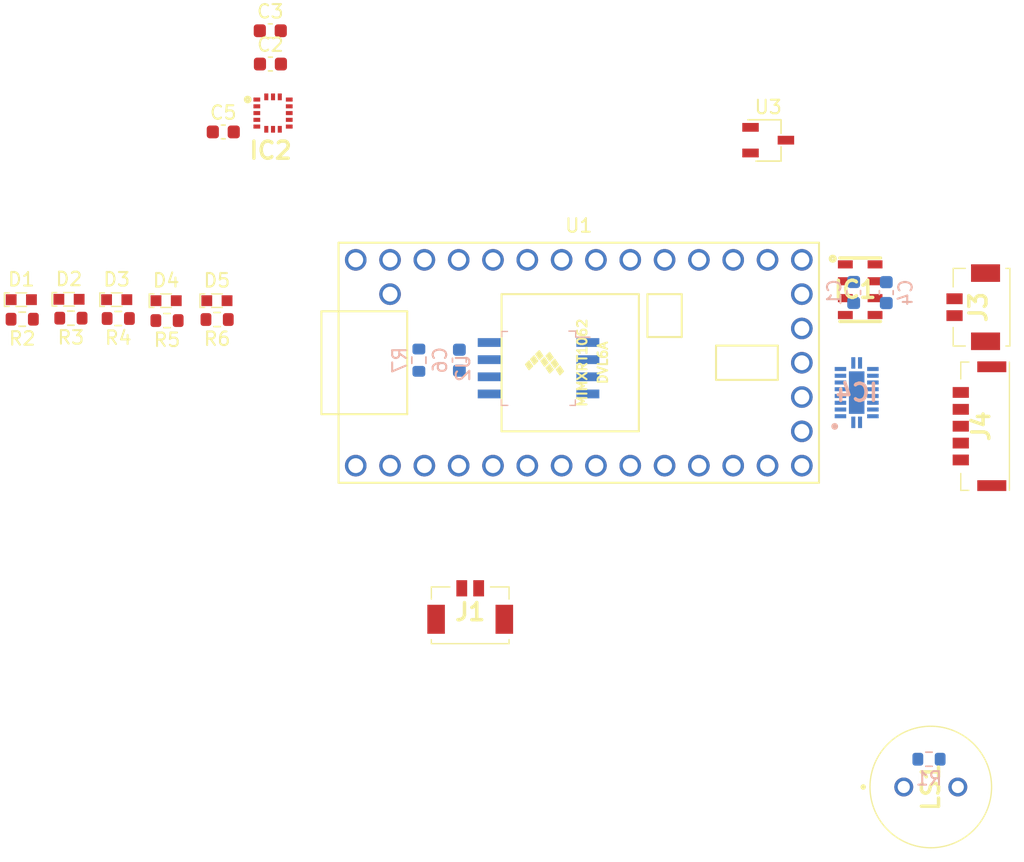
<source format=kicad_pcb>
(kicad_pcb (version 20171130) (host pcbnew "(5.1.10)-1")

  (general
    (thickness 1.6)
    (drawings 4)
    (tracks 0)
    (zones 0)
    (modules 28)
    (nets 77)
  )

  (page A4)
  (layers
    (0 F.Cu signal)
    (31 B.Cu signal)
    (32 B.Adhes user)
    (33 F.Adhes user)
    (34 B.Paste user)
    (35 F.Paste user)
    (36 B.SilkS user)
    (37 F.SilkS user)
    (38 B.Mask user)
    (39 F.Mask user)
    (40 Dwgs.User user)
    (41 Cmts.User user)
    (42 Eco1.User user)
    (43 Eco2.User user)
    (44 Edge.Cuts user)
    (45 Margin user)
    (46 B.CrtYd user)
    (47 F.CrtYd user)
    (48 B.Fab user)
    (49 F.Fab user)
  )

  (setup
    (last_trace_width 0.25)
    (trace_clearance 0.2)
    (zone_clearance 0.508)
    (zone_45_only no)
    (trace_min 0.2)
    (via_size 0.8)
    (via_drill 0.4)
    (via_min_size 0.4)
    (via_min_drill 0.3)
    (uvia_size 0.3)
    (uvia_drill 0.1)
    (uvias_allowed no)
    (uvia_min_size 0.2)
    (uvia_min_drill 0.1)
    (edge_width 0.05)
    (segment_width 0.2)
    (pcb_text_width 0.3)
    (pcb_text_size 1.5 1.5)
    (mod_edge_width 0.12)
    (mod_text_size 1 1)
    (mod_text_width 0.15)
    (pad_size 1.524 1.524)
    (pad_drill 0.762)
    (pad_to_mask_clearance 0)
    (aux_axis_origin 0 0)
    (visible_elements 7FFFFFFF)
    (pcbplotparams
      (layerselection 0x010fc_ffffffff)
      (usegerberextensions false)
      (usegerberattributes true)
      (usegerberadvancedattributes true)
      (creategerberjobfile true)
      (excludeedgelayer true)
      (linewidth 0.100000)
      (plotframeref false)
      (viasonmask false)
      (mode 1)
      (useauxorigin false)
      (hpglpennumber 1)
      (hpglpenspeed 20)
      (hpglpendiameter 15.000000)
      (psnegative false)
      (psa4output false)
      (plotreference true)
      (plotvalue true)
      (plotinvisibletext false)
      (padsonsilk false)
      (subtractmaskfromsilk false)
      (outputformat 1)
      (mirror false)
      (drillshape 1)
      (scaleselection 1)
      (outputdirectory ""))
  )

  (net 0 "")
  (net 1 GND)
  (net 2 3V3)
  (net 3 "Net-(C5-Pad2)")
  (net 4 VCC)
  (net 5 "Net-(D1-Pad1)")
  (net 6 "Net-(D2-Pad1)")
  (net 7 YLED1)
  (net 8 YLED2)
  (net 9 "Net-(D3-Pad1)")
  (net 10 "Net-(D4-Pad1)")
  (net 11 GLED1)
  (net 12 GLED2)
  (net 13 "Net-(D5-Pad1)")
  (net 14 CS_Baro)
  (net 15 "Net-(IC1-Pad5)")
  (net 16 MISO)
  (net 17 MOSI)
  (net 18 SCLK)
  (net 19 SDI)
  (net 20 SDO)
  (net 21 CS_IMU)
  (net 22 INT)
  (net 23 RESV)
  (net 24 FSYNC)
  (net 25 PYRO1)
  (net 26 PYRO2)
  (net 27 BUZZ1)
  (net 28 BUZZ2)
  (net 29 PWM1)
  (net 30 PWM2)
  (net 31 Buzzer)
  (net 32 "Net-(U1-Pad18)")
  (net 33 "Net-(U1-Pad19)")
  (net 34 "Net-(U1-Pad20)")
  (net 35 "Net-(U1-Pad15)")
  (net 36 "Net-(U1-Pad14)")
  (net 37 "Net-(U1-Pad21)")
  (net 38 "Net-(U1-Pad22)")
  (net 39 "Net-(U1-Pad23)")
  (net 40 "Net-(U1-Pad24)")
  (net 41 "Net-(U1-Pad25)")
  (net 42 "Net-(U1-Pad26)")
  (net 43 "Net-(U1-Pad27)")
  (net 44 "Net-(U1-Pad28)")
  (net 45 "Net-(U1-Pad29)")
  (net 46 "Net-(U1-Pad30)")
  (net 47 "Net-(U1-Pad34)")
  (net 48 "Net-(U1-Pad13)")
  (net 49 "Net-(U1-Pad12)")
  (net 50 "Net-(U1-Pad11)")
  (net 51 "Net-(U1-Pad10)")
  (net 52 "Net-(U1-Pad9)")
  (net 53 "Net-(U1-Pad3)")
  (net 54 "Net-(U1-Pad2)")
  (net 55 "Net-(R7-Pad2)")
  (net 56 CS_FLASH)
  (net 57 "Net-(U2-Pad3)")
  (net 58 TBUZZ2)
  (net 59 TBUZZ1)
  (net 60 VIN)
  (net 61 TGLED2)
  (net 62 TGLED1)
  (net 63 TYLED2)
  (net 64 TYLED1)
  (net 65 TBuzzer)
  (net 66 "Net-(J3-PadMP1)")
  (net 67 "Net-(J3-PadMP2)")
  (net 68 "Net-(J4-Pad6)")
  (net 69 "Net-(J4-Pad7)")
  (net 70 "Net-(J1-PadMP1)")
  (net 71 "Net-(J1-PadMP2)")
  (net 72 "Net-(IC4-Pad8)")
  (net 73 "Net-(IC4-Pad9)")
  (net 74 "Net-(IC4-Pad11)")
  (net 75 "Net-(IC4-Pad12)")
  (net 76 "Net-(IC4-Pad21)")

  (net_class Default "This is the default net class."
    (clearance 0.2)
    (trace_width 0.25)
    (via_dia 0.8)
    (via_drill 0.4)
    (uvia_dia 0.3)
    (uvia_drill 0.1)
    (add_net 3V3)
    (add_net BUZZ1)
    (add_net BUZZ2)
    (add_net Buzzer)
    (add_net CS_Baro)
    (add_net CS_FLASH)
    (add_net CS_IMU)
    (add_net FSYNC)
    (add_net GLED1)
    (add_net GLED2)
    (add_net GND)
    (add_net INT)
    (add_net MISO)
    (add_net MOSI)
    (add_net "Net-(C5-Pad2)")
    (add_net "Net-(D1-Pad1)")
    (add_net "Net-(D2-Pad1)")
    (add_net "Net-(D3-Pad1)")
    (add_net "Net-(D4-Pad1)")
    (add_net "Net-(D5-Pad1)")
    (add_net "Net-(IC1-Pad5)")
    (add_net "Net-(IC4-Pad11)")
    (add_net "Net-(IC4-Pad12)")
    (add_net "Net-(IC4-Pad21)")
    (add_net "Net-(IC4-Pad8)")
    (add_net "Net-(IC4-Pad9)")
    (add_net "Net-(J1-PadMP1)")
    (add_net "Net-(J1-PadMP2)")
    (add_net "Net-(J3-PadMP1)")
    (add_net "Net-(J3-PadMP2)")
    (add_net "Net-(J4-Pad6)")
    (add_net "Net-(J4-Pad7)")
    (add_net "Net-(R7-Pad2)")
    (add_net "Net-(U1-Pad10)")
    (add_net "Net-(U1-Pad11)")
    (add_net "Net-(U1-Pad12)")
    (add_net "Net-(U1-Pad13)")
    (add_net "Net-(U1-Pad14)")
    (add_net "Net-(U1-Pad15)")
    (add_net "Net-(U1-Pad18)")
    (add_net "Net-(U1-Pad19)")
    (add_net "Net-(U1-Pad2)")
    (add_net "Net-(U1-Pad20)")
    (add_net "Net-(U1-Pad21)")
    (add_net "Net-(U1-Pad22)")
    (add_net "Net-(U1-Pad23)")
    (add_net "Net-(U1-Pad24)")
    (add_net "Net-(U1-Pad25)")
    (add_net "Net-(U1-Pad26)")
    (add_net "Net-(U1-Pad27)")
    (add_net "Net-(U1-Pad28)")
    (add_net "Net-(U1-Pad29)")
    (add_net "Net-(U1-Pad3)")
    (add_net "Net-(U1-Pad30)")
    (add_net "Net-(U1-Pad34)")
    (add_net "Net-(U1-Pad9)")
    (add_net "Net-(U2-Pad3)")
    (add_net PWM1)
    (add_net PWM2)
    (add_net PYRO1)
    (add_net PYRO2)
    (add_net RESV)
    (add_net SCLK)
    (add_net SDI)
    (add_net SDO)
    (add_net TBUZZ1)
    (add_net TBUZZ2)
    (add_net TBuzzer)
    (add_net TGLED1)
    (add_net TGLED2)
    (add_net TYLED1)
    (add_net TYLED2)
    (add_net VCC)
    (add_net VIN)
    (add_net YLED1)
    (add_net YLED2)
  )

  (module Capacitor_SMD:C_0603_1608Metric (layer B.Cu) (tedit 5F68FEEE) (tstamp 618A68F1)
    (at 128.3208 83.8708 270)
    (descr "Capacitor SMD 0603 (1608 Metric), square (rectangular) end terminal, IPC_7351 nominal, (Body size source: IPC-SM-782 page 76, https://www.pcb-3d.com/wordpress/wp-content/uploads/ipc-sm-782a_amendment_1_and_2.pdf), generated with kicad-footprint-generator")
    (tags capacitor)
    (path /618203DA)
    (attr smd)
    (fp_text reference C1 (at 0 1.43 90) (layer B.SilkS)
      (effects (font (size 1 1) (thickness 0.15)) (justify mirror))
    )
    (fp_text value 100nF (at 0.013 0.0508 90) (layer B.Fab)
      (effects (font (size 1 1) (thickness 0.15)) (justify mirror))
    )
    (fp_line (start -0.8 -0.4) (end -0.8 0.4) (layer B.Fab) (width 0.1))
    (fp_line (start -0.8 0.4) (end 0.8 0.4) (layer B.Fab) (width 0.1))
    (fp_line (start 0.8 0.4) (end 0.8 -0.4) (layer B.Fab) (width 0.1))
    (fp_line (start 0.8 -0.4) (end -0.8 -0.4) (layer B.Fab) (width 0.1))
    (fp_line (start -0.14058 0.51) (end 0.14058 0.51) (layer B.SilkS) (width 0.12))
    (fp_line (start -0.14058 -0.51) (end 0.14058 -0.51) (layer B.SilkS) (width 0.12))
    (fp_line (start -1.48 -0.73) (end -1.48 0.73) (layer B.CrtYd) (width 0.05))
    (fp_line (start -1.48 0.73) (end 1.48 0.73) (layer B.CrtYd) (width 0.05))
    (fp_line (start 1.48 0.73) (end 1.48 -0.73) (layer B.CrtYd) (width 0.05))
    (fp_line (start 1.48 -0.73) (end -1.48 -0.73) (layer B.CrtYd) (width 0.05))
    (fp_text user %R (at 0 0 90) (layer B.Fab)
      (effects (font (size 0.4 0.4) (thickness 0.06)) (justify mirror))
    )
    (pad 1 smd roundrect (at -0.775 0 270) (size 0.9 0.95) (layers B.Cu B.Paste B.Mask) (roundrect_rratio 0.25)
      (net 1 GND))
    (pad 2 smd roundrect (at 0.775 0 270) (size 0.9 0.95) (layers B.Cu B.Paste B.Mask) (roundrect_rratio 0.25)
      (net 2 3V3))
    (model ${KISYS3DMOD}/Capacitor_SMD.3dshapes/C_0603_1608Metric.wrl
      (at (xyz 0 0 0))
      (scale (xyz 1 1 1))
      (rotate (xyz 0 0 0))
    )
  )

  (module Capacitor_SMD:C_0603_1608Metric (layer F.Cu) (tedit 5F68FEEE) (tstamp 6183A848)
    (at 85.151 66.9544)
    (descr "Capacitor SMD 0603 (1608 Metric), square (rectangular) end terminal, IPC_7351 nominal, (Body size source: IPC-SM-782 page 76, https://www.pcb-3d.com/wordpress/wp-content/uploads/ipc-sm-782a_amendment_1_and_2.pdf), generated with kicad-footprint-generator")
    (tags capacitor)
    (path /6184F902)
    (attr smd)
    (fp_text reference C2 (at 0 -1.43) (layer F.SilkS)
      (effects (font (size 1 1) (thickness 0.15)))
    )
    (fp_text value 0.1uF (at 0 1.43) (layer F.Fab)
      (effects (font (size 1 1) (thickness 0.15)))
    )
    (fp_line (start -0.8 0.4) (end -0.8 -0.4) (layer F.Fab) (width 0.1))
    (fp_line (start -0.8 -0.4) (end 0.8 -0.4) (layer F.Fab) (width 0.1))
    (fp_line (start 0.8 -0.4) (end 0.8 0.4) (layer F.Fab) (width 0.1))
    (fp_line (start 0.8 0.4) (end -0.8 0.4) (layer F.Fab) (width 0.1))
    (fp_line (start -0.14058 -0.51) (end 0.14058 -0.51) (layer F.SilkS) (width 0.12))
    (fp_line (start -0.14058 0.51) (end 0.14058 0.51) (layer F.SilkS) (width 0.12))
    (fp_line (start -1.48 0.73) (end -1.48 -0.73) (layer F.CrtYd) (width 0.05))
    (fp_line (start -1.48 -0.73) (end 1.48 -0.73) (layer F.CrtYd) (width 0.05))
    (fp_line (start 1.48 -0.73) (end 1.48 0.73) (layer F.CrtYd) (width 0.05))
    (fp_line (start 1.48 0.73) (end -1.48 0.73) (layer F.CrtYd) (width 0.05))
    (fp_text user %R (at 0 0) (layer F.Fab)
      (effects (font (size 0.4 0.4) (thickness 0.06)))
    )
    (pad 1 smd roundrect (at -0.775 0) (size 0.9 0.95) (layers F.Cu F.Paste F.Mask) (roundrect_rratio 0.25)
      (net 2 3V3))
    (pad 2 smd roundrect (at 0.775 0) (size 0.9 0.95) (layers F.Cu F.Paste F.Mask) (roundrect_rratio 0.25)
      (net 1 GND))
    (model ${KISYS3DMOD}/Capacitor_SMD.3dshapes/C_0603_1608Metric.wrl
      (at (xyz 0 0 0))
      (scale (xyz 1 1 1))
      (rotate (xyz 0 0 0))
    )
  )

  (module Capacitor_SMD:C_0603_1608Metric (layer F.Cu) (tedit 5F68FEEE) (tstamp 6183A858)
    (at 85.1408 64.4906)
    (descr "Capacitor SMD 0603 (1608 Metric), square (rectangular) end terminal, IPC_7351 nominal, (Body size source: IPC-SM-782 page 76, https://www.pcb-3d.com/wordpress/wp-content/uploads/ipc-sm-782a_amendment_1_and_2.pdf), generated with kicad-footprint-generator")
    (tags capacitor)
    (path /618755C2)
    (attr smd)
    (fp_text reference C3 (at 0 -1.43) (layer F.SilkS)
      (effects (font (size 1 1) (thickness 0.15)))
    )
    (fp_text value 10nF (at 0 1.43) (layer F.Fab)
      (effects (font (size 1 1) (thickness 0.15)))
    )
    (fp_line (start 1.48 0.73) (end -1.48 0.73) (layer F.CrtYd) (width 0.05))
    (fp_line (start 1.48 -0.73) (end 1.48 0.73) (layer F.CrtYd) (width 0.05))
    (fp_line (start -1.48 -0.73) (end 1.48 -0.73) (layer F.CrtYd) (width 0.05))
    (fp_line (start -1.48 0.73) (end -1.48 -0.73) (layer F.CrtYd) (width 0.05))
    (fp_line (start -0.14058 0.51) (end 0.14058 0.51) (layer F.SilkS) (width 0.12))
    (fp_line (start -0.14058 -0.51) (end 0.14058 -0.51) (layer F.SilkS) (width 0.12))
    (fp_line (start 0.8 0.4) (end -0.8 0.4) (layer F.Fab) (width 0.1))
    (fp_line (start 0.8 -0.4) (end 0.8 0.4) (layer F.Fab) (width 0.1))
    (fp_line (start -0.8 -0.4) (end 0.8 -0.4) (layer F.Fab) (width 0.1))
    (fp_line (start -0.8 0.4) (end -0.8 -0.4) (layer F.Fab) (width 0.1))
    (fp_text user %R (at 0 0) (layer F.Fab)
      (effects (font (size 0.4 0.4) (thickness 0.06)))
    )
    (pad 2 smd roundrect (at 0.775 0) (size 0.9 0.95) (layers F.Cu F.Paste F.Mask) (roundrect_rratio 0.25)
      (net 1 GND))
    (pad 1 smd roundrect (at -0.775 0) (size 0.9 0.95) (layers F.Cu F.Paste F.Mask) (roundrect_rratio 0.25)
      (net 2 3V3))
    (model ${KISYS3DMOD}/Capacitor_SMD.3dshapes/C_0603_1608Metric.wrl
      (at (xyz 0 0 0))
      (scale (xyz 1 1 1))
      (rotate (xyz 0 0 0))
    )
  )

  (module Capacitor_SMD:C_0603_1608Metric (layer B.Cu) (tedit 5F68FEEE) (tstamp 618A6921)
    (at 130.7338 83.8838 90)
    (descr "Capacitor SMD 0603 (1608 Metric), square (rectangular) end terminal, IPC_7351 nominal, (Body size source: IPC-SM-782 page 76, https://www.pcb-3d.com/wordpress/wp-content/uploads/ipc-sm-782a_amendment_1_and_2.pdf), generated with kicad-footprint-generator")
    (tags capacitor)
    (path /61851CC7)
    (attr smd)
    (fp_text reference C4 (at 0 1.43 270) (layer B.SilkS)
      (effects (font (size 1 1) (thickness 0.15)) (justify mirror))
    )
    (fp_text value 2.2uF (at -0.0378 0.1524 270) (layer B.Fab)
      (effects (font (size 1 1) (thickness 0.15)) (justify mirror))
    )
    (fp_line (start 1.48 -0.73) (end -1.48 -0.73) (layer B.CrtYd) (width 0.05))
    (fp_line (start 1.48 0.73) (end 1.48 -0.73) (layer B.CrtYd) (width 0.05))
    (fp_line (start -1.48 0.73) (end 1.48 0.73) (layer B.CrtYd) (width 0.05))
    (fp_line (start -1.48 -0.73) (end -1.48 0.73) (layer B.CrtYd) (width 0.05))
    (fp_line (start -0.14058 -0.51) (end 0.14058 -0.51) (layer B.SilkS) (width 0.12))
    (fp_line (start -0.14058 0.51) (end 0.14058 0.51) (layer B.SilkS) (width 0.12))
    (fp_line (start 0.8 -0.4) (end -0.8 -0.4) (layer B.Fab) (width 0.1))
    (fp_line (start 0.8 0.4) (end 0.8 -0.4) (layer B.Fab) (width 0.1))
    (fp_line (start -0.8 0.4) (end 0.8 0.4) (layer B.Fab) (width 0.1))
    (fp_line (start -0.8 -0.4) (end -0.8 0.4) (layer B.Fab) (width 0.1))
    (fp_text user %R (at 0 0 270) (layer B.Fab)
      (effects (font (size 0.4 0.4) (thickness 0.06)) (justify mirror))
    )
    (pad 2 smd roundrect (at 0.775 0 90) (size 0.9 0.95) (layers B.Cu B.Paste B.Mask) (roundrect_rratio 0.25)
      (net 1 GND))
    (pad 1 smd roundrect (at -0.775 0 90) (size 0.9 0.95) (layers B.Cu B.Paste B.Mask) (roundrect_rratio 0.25)
      (net 2 3V3))
    (model ${KISYS3DMOD}/Capacitor_SMD.3dshapes/C_0603_1608Metric.wrl
      (at (xyz 0 0 0))
      (scale (xyz 1 1 1))
      (rotate (xyz 0 0 0))
    )
  )

  (module Capacitor_SMD:C_0603_1608Metric (layer F.Cu) (tedit 5F68FEEE) (tstamp 6183A878)
    (at 81.661 71.9836)
    (descr "Capacitor SMD 0603 (1608 Metric), square (rectangular) end terminal, IPC_7351 nominal, (Body size source: IPC-SM-782 page 76, https://www.pcb-3d.com/wordpress/wp-content/uploads/ipc-sm-782a_amendment_1_and_2.pdf), generated with kicad-footprint-generator")
    (tags capacitor)
    (path /618671A3)
    (attr smd)
    (fp_text reference C5 (at 0 -1.43) (layer F.SilkS)
      (effects (font (size 1 1) (thickness 0.15)))
    )
    (fp_text value 0.47uF (at 0 1.43) (layer F.Fab)
      (effects (font (size 1 1) (thickness 0.15)))
    )
    (fp_line (start -0.8 0.4) (end -0.8 -0.4) (layer F.Fab) (width 0.1))
    (fp_line (start -0.8 -0.4) (end 0.8 -0.4) (layer F.Fab) (width 0.1))
    (fp_line (start 0.8 -0.4) (end 0.8 0.4) (layer F.Fab) (width 0.1))
    (fp_line (start 0.8 0.4) (end -0.8 0.4) (layer F.Fab) (width 0.1))
    (fp_line (start -0.14058 -0.51) (end 0.14058 -0.51) (layer F.SilkS) (width 0.12))
    (fp_line (start -0.14058 0.51) (end 0.14058 0.51) (layer F.SilkS) (width 0.12))
    (fp_line (start -1.48 0.73) (end -1.48 -0.73) (layer F.CrtYd) (width 0.05))
    (fp_line (start -1.48 -0.73) (end 1.48 -0.73) (layer F.CrtYd) (width 0.05))
    (fp_line (start 1.48 -0.73) (end 1.48 0.73) (layer F.CrtYd) (width 0.05))
    (fp_line (start 1.48 0.73) (end -1.48 0.73) (layer F.CrtYd) (width 0.05))
    (fp_text user %R (at 0 0) (layer F.Fab)
      (effects (font (size 0.4 0.4) (thickness 0.06)))
    )
    (pad 1 smd roundrect (at -0.775 0) (size 0.9 0.95) (layers F.Cu F.Paste F.Mask) (roundrect_rratio 0.25)
      (net 1 GND))
    (pad 2 smd roundrect (at 0.775 0) (size 0.9 0.95) (layers F.Cu F.Paste F.Mask) (roundrect_rratio 0.25)
      (net 3 "Net-(C5-Pad2)"))
    (model ${KISYS3DMOD}/Capacitor_SMD.3dshapes/C_0603_1608Metric.wrl
      (at (xyz 0 0 0))
      (scale (xyz 1 1 1))
      (rotate (xyz 0 0 0))
    )
  )

  (module Capacitor_SMD:C_0603_1608Metric (layer B.Cu) (tedit 5F68FEEE) (tstamp 6183A888)
    (at 99.1362 88.8876 270)
    (descr "Capacitor SMD 0603 (1608 Metric), square (rectangular) end terminal, IPC_7351 nominal, (Body size source: IPC-SM-782 page 76, https://www.pcb-3d.com/wordpress/wp-content/uploads/ipc-sm-782a_amendment_1_and_2.pdf), generated with kicad-footprint-generator")
    (tags capacitor)
    (path /6184D4A8)
    (attr smd)
    (fp_text reference C6 (at 0 1.43 90) (layer B.SilkS)
      (effects (font (size 1 1) (thickness 0.15)) (justify mirror))
    )
    (fp_text value 22pF (at 0.0124 -0.0508 90) (layer B.Fab)
      (effects (font (size 1 1) (thickness 0.15)) (justify mirror))
    )
    (fp_line (start -0.8 -0.4) (end -0.8 0.4) (layer B.Fab) (width 0.1))
    (fp_line (start -0.8 0.4) (end 0.8 0.4) (layer B.Fab) (width 0.1))
    (fp_line (start 0.8 0.4) (end 0.8 -0.4) (layer B.Fab) (width 0.1))
    (fp_line (start 0.8 -0.4) (end -0.8 -0.4) (layer B.Fab) (width 0.1))
    (fp_line (start -0.14058 0.51) (end 0.14058 0.51) (layer B.SilkS) (width 0.12))
    (fp_line (start -0.14058 -0.51) (end 0.14058 -0.51) (layer B.SilkS) (width 0.12))
    (fp_line (start -1.48 -0.73) (end -1.48 0.73) (layer B.CrtYd) (width 0.05))
    (fp_line (start -1.48 0.73) (end 1.48 0.73) (layer B.CrtYd) (width 0.05))
    (fp_line (start 1.48 0.73) (end 1.48 -0.73) (layer B.CrtYd) (width 0.05))
    (fp_line (start 1.48 -0.73) (end -1.48 -0.73) (layer B.CrtYd) (width 0.05))
    (fp_text user %R (at 0 0 90) (layer B.Fab)
      (effects (font (size 0.4 0.4) (thickness 0.06)) (justify mirror))
    )
    (pad 1 smd roundrect (at -0.775 0 270) (size 0.9 0.95) (layers B.Cu B.Paste B.Mask) (roundrect_rratio 0.25)
      (net 2 3V3))
    (pad 2 smd roundrect (at 0.775 0 270) (size 0.9 0.95) (layers B.Cu B.Paste B.Mask) (roundrect_rratio 0.25)
      (net 1 GND))
    (model ${KISYS3DMOD}/Capacitor_SMD.3dshapes/C_0603_1608Metric.wrl
      (at (xyz 0 0 0))
      (scale (xyz 1 1 1))
      (rotate (xyz 0 0 0))
    )
  )

  (module Resistor_SMD:R_0603_1608Metric (layer B.Cu) (tedit 5F68FEEE) (tstamp 618ADBCA)
    (at 133.8966 118.4402)
    (descr "Resistor SMD 0603 (1608 Metric), square (rectangular) end terminal, IPC_7351 nominal, (Body size source: IPC-SM-782 page 72, https://www.pcb-3d.com/wordpress/wp-content/uploads/ipc-sm-782a_amendment_1_and_2.pdf), generated with kicad-footprint-generator")
    (tags resistor)
    (path /6181218E)
    (attr smd)
    (fp_text reference R1 (at 0 1.43) (layer B.SilkS)
      (effects (font (size 1 1) (thickness 0.15)) (justify mirror))
    )
    (fp_text value 1k (at 0 -1.43) (layer B.Fab)
      (effects (font (size 1 1) (thickness 0.15)) (justify mirror))
    )
    (fp_line (start -0.8 -0.4125) (end -0.8 0.4125) (layer B.Fab) (width 0.1))
    (fp_line (start -0.8 0.4125) (end 0.8 0.4125) (layer B.Fab) (width 0.1))
    (fp_line (start 0.8 0.4125) (end 0.8 -0.4125) (layer B.Fab) (width 0.1))
    (fp_line (start 0.8 -0.4125) (end -0.8 -0.4125) (layer B.Fab) (width 0.1))
    (fp_line (start -0.237258 0.5225) (end 0.237258 0.5225) (layer B.SilkS) (width 0.12))
    (fp_line (start -0.237258 -0.5225) (end 0.237258 -0.5225) (layer B.SilkS) (width 0.12))
    (fp_line (start -1.48 -0.73) (end -1.48 0.73) (layer B.CrtYd) (width 0.05))
    (fp_line (start -1.48 0.73) (end 1.48 0.73) (layer B.CrtYd) (width 0.05))
    (fp_line (start 1.48 0.73) (end 1.48 -0.73) (layer B.CrtYd) (width 0.05))
    (fp_line (start 1.48 -0.73) (end -1.48 -0.73) (layer B.CrtYd) (width 0.05))
    (fp_text user %R (at 0 0) (layer B.Fab)
      (effects (font (size 0.4 0.4) (thickness 0.06)) (justify mirror))
    )
    (pad 1 smd roundrect (at -0.825 0) (size 0.8 0.95) (layers B.Cu B.Paste B.Mask) (roundrect_rratio 0.25)
      (net 31 Buzzer))
    (pad 2 smd roundrect (at 0.825 0) (size 0.8 0.95) (layers B.Cu B.Paste B.Mask) (roundrect_rratio 0.25)
      (net 1 GND))
    (model ${KISYS3DMOD}/Resistor_SMD.3dshapes/R_0603_1608Metric.wrl
      (at (xyz 0 0 0))
      (scale (xyz 1 1 1))
      (rotate (xyz 0 0 0))
    )
  )

  (module Resistor_SMD:R_0603_1608Metric (layer F.Cu) (tedit 5F68FEEE) (tstamp 618A659C)
    (at 66.7786 85.852 180)
    (descr "Resistor SMD 0603 (1608 Metric), square (rectangular) end terminal, IPC_7351 nominal, (Body size source: IPC-SM-782 page 72, https://www.pcb-3d.com/wordpress/wp-content/uploads/ipc-sm-782a_amendment_1_and_2.pdf), generated with kicad-footprint-generator")
    (tags resistor)
    (path /61816E0D)
    (attr smd)
    (fp_text reference R2 (at 0 -1.43) (layer F.SilkS)
      (effects (font (size 1 1) (thickness 0.15)))
    )
    (fp_text value 740 (at 0 1.43) (layer F.Fab)
      (effects (font (size 1 1) (thickness 0.15)))
    )
    (fp_line (start 1.48 0.73) (end -1.48 0.73) (layer F.CrtYd) (width 0.05))
    (fp_line (start 1.48 -0.73) (end 1.48 0.73) (layer F.CrtYd) (width 0.05))
    (fp_line (start -1.48 -0.73) (end 1.48 -0.73) (layer F.CrtYd) (width 0.05))
    (fp_line (start -1.48 0.73) (end -1.48 -0.73) (layer F.CrtYd) (width 0.05))
    (fp_line (start -0.237258 0.5225) (end 0.237258 0.5225) (layer F.SilkS) (width 0.12))
    (fp_line (start -0.237258 -0.5225) (end 0.237258 -0.5225) (layer F.SilkS) (width 0.12))
    (fp_line (start 0.8 0.4125) (end -0.8 0.4125) (layer F.Fab) (width 0.1))
    (fp_line (start 0.8 -0.4125) (end 0.8 0.4125) (layer F.Fab) (width 0.1))
    (fp_line (start -0.8 -0.4125) (end 0.8 -0.4125) (layer F.Fab) (width 0.1))
    (fp_line (start -0.8 0.4125) (end -0.8 -0.4125) (layer F.Fab) (width 0.1))
    (fp_text user %R (at 0 0) (layer F.Fab)
      (effects (font (size 0.4 0.4) (thickness 0.06)))
    )
    (pad 2 smd roundrect (at 0.825 0 180) (size 0.8 0.95) (layers F.Cu F.Paste F.Mask) (roundrect_rratio 0.25)
      (net 5 "Net-(D1-Pad1)"))
    (pad 1 smd roundrect (at -0.825 0 180) (size 0.8 0.95) (layers F.Cu F.Paste F.Mask) (roundrect_rratio 0.25)
      (net 1 GND))
    (model ${KISYS3DMOD}/Resistor_SMD.3dshapes/R_0603_1608Metric.wrl
      (at (xyz 0 0 0))
      (scale (xyz 1 1 1))
      (rotate (xyz 0 0 0))
    )
  )

  (module Resistor_SMD:R_0603_1608Metric (layer F.Cu) (tedit 5F68FEEE) (tstamp 618A65CC)
    (at 70.3834 85.7758 180)
    (descr "Resistor SMD 0603 (1608 Metric), square (rectangular) end terminal, IPC_7351 nominal, (Body size source: IPC-SM-782 page 72, https://www.pcb-3d.com/wordpress/wp-content/uploads/ipc-sm-782a_amendment_1_and_2.pdf), generated with kicad-footprint-generator")
    (tags resistor)
    (path /61817A16)
    (attr smd)
    (fp_text reference R3 (at 0 -1.43) (layer F.SilkS)
      (effects (font (size 1 1) (thickness 0.15)))
    )
    (fp_text value 330 (at 0 1.43) (layer F.Fab)
      (effects (font (size 1 1) (thickness 0.15)))
    )
    (fp_line (start -0.8 0.4125) (end -0.8 -0.4125) (layer F.Fab) (width 0.1))
    (fp_line (start -0.8 -0.4125) (end 0.8 -0.4125) (layer F.Fab) (width 0.1))
    (fp_line (start 0.8 -0.4125) (end 0.8 0.4125) (layer F.Fab) (width 0.1))
    (fp_line (start 0.8 0.4125) (end -0.8 0.4125) (layer F.Fab) (width 0.1))
    (fp_line (start -0.237258 -0.5225) (end 0.237258 -0.5225) (layer F.SilkS) (width 0.12))
    (fp_line (start -0.237258 0.5225) (end 0.237258 0.5225) (layer F.SilkS) (width 0.12))
    (fp_line (start -1.48 0.73) (end -1.48 -0.73) (layer F.CrtYd) (width 0.05))
    (fp_line (start -1.48 -0.73) (end 1.48 -0.73) (layer F.CrtYd) (width 0.05))
    (fp_line (start 1.48 -0.73) (end 1.48 0.73) (layer F.CrtYd) (width 0.05))
    (fp_line (start 1.48 0.73) (end -1.48 0.73) (layer F.CrtYd) (width 0.05))
    (fp_text user %R (at 0 0) (layer F.Fab)
      (effects (font (size 0.4 0.4) (thickness 0.06)))
    )
    (pad 1 smd roundrect (at -0.825 0 180) (size 0.8 0.95) (layers F.Cu F.Paste F.Mask) (roundrect_rratio 0.25)
      (net 1 GND))
    (pad 2 smd roundrect (at 0.825 0 180) (size 0.8 0.95) (layers F.Cu F.Paste F.Mask) (roundrect_rratio 0.25)
      (net 6 "Net-(D2-Pad1)"))
    (model ${KISYS3DMOD}/Resistor_SMD.3dshapes/R_0603_1608Metric.wrl
      (at (xyz 0 0 0))
      (scale (xyz 1 1 1))
      (rotate (xyz 0 0 0))
    )
  )

  (module Resistor_SMD:R_0603_1608Metric (layer F.Cu) (tedit 5F68FEEE) (tstamp 618A65FC)
    (at 73.8886 85.8012 180)
    (descr "Resistor SMD 0603 (1608 Metric), square (rectangular) end terminal, IPC_7351 nominal, (Body size source: IPC-SM-782 page 72, https://www.pcb-3d.com/wordpress/wp-content/uploads/ipc-sm-782a_amendment_1_and_2.pdf), generated with kicad-footprint-generator")
    (tags resistor)
    (path /61817DCA)
    (attr smd)
    (fp_text reference R4 (at 0 -1.43) (layer F.SilkS)
      (effects (font (size 1 1) (thickness 0.15)))
    )
    (fp_text value 330 (at 0 1.43) (layer F.Fab)
      (effects (font (size 1 1) (thickness 0.15)))
    )
    (fp_line (start 1.48 0.73) (end -1.48 0.73) (layer F.CrtYd) (width 0.05))
    (fp_line (start 1.48 -0.73) (end 1.48 0.73) (layer F.CrtYd) (width 0.05))
    (fp_line (start -1.48 -0.73) (end 1.48 -0.73) (layer F.CrtYd) (width 0.05))
    (fp_line (start -1.48 0.73) (end -1.48 -0.73) (layer F.CrtYd) (width 0.05))
    (fp_line (start -0.237258 0.5225) (end 0.237258 0.5225) (layer F.SilkS) (width 0.12))
    (fp_line (start -0.237258 -0.5225) (end 0.237258 -0.5225) (layer F.SilkS) (width 0.12))
    (fp_line (start 0.8 0.4125) (end -0.8 0.4125) (layer F.Fab) (width 0.1))
    (fp_line (start 0.8 -0.4125) (end 0.8 0.4125) (layer F.Fab) (width 0.1))
    (fp_line (start -0.8 -0.4125) (end 0.8 -0.4125) (layer F.Fab) (width 0.1))
    (fp_line (start -0.8 0.4125) (end -0.8 -0.4125) (layer F.Fab) (width 0.1))
    (fp_text user %R (at 0 0) (layer F.Fab)
      (effects (font (size 0.4 0.4) (thickness 0.06)))
    )
    (pad 2 smd roundrect (at 0.825 0 180) (size 0.8 0.95) (layers F.Cu F.Paste F.Mask) (roundrect_rratio 0.25)
      (net 9 "Net-(D3-Pad1)"))
    (pad 1 smd roundrect (at -0.825 0 180) (size 0.8 0.95) (layers F.Cu F.Paste F.Mask) (roundrect_rratio 0.25)
      (net 1 GND))
    (model ${KISYS3DMOD}/Resistor_SMD.3dshapes/R_0603_1608Metric.wrl
      (at (xyz 0 0 0))
      (scale (xyz 1 1 1))
      (rotate (xyz 0 0 0))
    )
  )

  (module Resistor_SMD:R_0603_1608Metric (layer F.Cu) (tedit 5F68FEEE) (tstamp 6183A8D8)
    (at 77.4974 85.9536 180)
    (descr "Resistor SMD 0603 (1608 Metric), square (rectangular) end terminal, IPC_7351 nominal, (Body size source: IPC-SM-782 page 72, https://www.pcb-3d.com/wordpress/wp-content/uploads/ipc-sm-782a_amendment_1_and_2.pdf), generated with kicad-footprint-generator")
    (tags resistor)
    (path /6181829C)
    (attr smd)
    (fp_text reference R5 (at 0 -1.43) (layer F.SilkS)
      (effects (font (size 1 1) (thickness 0.15)))
    )
    (fp_text value 330 (at 0 1.43) (layer F.Fab)
      (effects (font (size 1 1) (thickness 0.15)))
    )
    (fp_line (start -0.8 0.4125) (end -0.8 -0.4125) (layer F.Fab) (width 0.1))
    (fp_line (start -0.8 -0.4125) (end 0.8 -0.4125) (layer F.Fab) (width 0.1))
    (fp_line (start 0.8 -0.4125) (end 0.8 0.4125) (layer F.Fab) (width 0.1))
    (fp_line (start 0.8 0.4125) (end -0.8 0.4125) (layer F.Fab) (width 0.1))
    (fp_line (start -0.237258 -0.5225) (end 0.237258 -0.5225) (layer F.SilkS) (width 0.12))
    (fp_line (start -0.237258 0.5225) (end 0.237258 0.5225) (layer F.SilkS) (width 0.12))
    (fp_line (start -1.48 0.73) (end -1.48 -0.73) (layer F.CrtYd) (width 0.05))
    (fp_line (start -1.48 -0.73) (end 1.48 -0.73) (layer F.CrtYd) (width 0.05))
    (fp_line (start 1.48 -0.73) (end 1.48 0.73) (layer F.CrtYd) (width 0.05))
    (fp_line (start 1.48 0.73) (end -1.48 0.73) (layer F.CrtYd) (width 0.05))
    (fp_text user %R (at 0 0) (layer F.Fab)
      (effects (font (size 0.4 0.4) (thickness 0.06)))
    )
    (pad 1 smd roundrect (at -0.825 0 180) (size 0.8 0.95) (layers F.Cu F.Paste F.Mask) (roundrect_rratio 0.25)
      (net 1 GND))
    (pad 2 smd roundrect (at 0.825 0 180) (size 0.8 0.95) (layers F.Cu F.Paste F.Mask) (roundrect_rratio 0.25)
      (net 10 "Net-(D4-Pad1)"))
    (model ${KISYS3DMOD}/Resistor_SMD.3dshapes/R_0603_1608Metric.wrl
      (at (xyz 0 0 0))
      (scale (xyz 1 1 1))
      (rotate (xyz 0 0 0))
    )
  )

  (module Resistor_SMD:R_0603_1608Metric (layer F.Cu) (tedit 5F68FEEE) (tstamp 618A662C)
    (at 81.2058 85.8774 180)
    (descr "Resistor SMD 0603 (1608 Metric), square (rectangular) end terminal, IPC_7351 nominal, (Body size source: IPC-SM-782 page 72, https://www.pcb-3d.com/wordpress/wp-content/uploads/ipc-sm-782a_amendment_1_and_2.pdf), generated with kicad-footprint-generator")
    (tags resistor)
    (path /61818703)
    (attr smd)
    (fp_text reference R6 (at 0 -1.43) (layer F.SilkS)
      (effects (font (size 1 1) (thickness 0.15)))
    )
    (fp_text value 330 (at 0 1.43) (layer F.Fab)
      (effects (font (size 1 1) (thickness 0.15)))
    )
    (fp_line (start -0.8 0.4125) (end -0.8 -0.4125) (layer F.Fab) (width 0.1))
    (fp_line (start -0.8 -0.4125) (end 0.8 -0.4125) (layer F.Fab) (width 0.1))
    (fp_line (start 0.8 -0.4125) (end 0.8 0.4125) (layer F.Fab) (width 0.1))
    (fp_line (start 0.8 0.4125) (end -0.8 0.4125) (layer F.Fab) (width 0.1))
    (fp_line (start -0.237258 -0.5225) (end 0.237258 -0.5225) (layer F.SilkS) (width 0.12))
    (fp_line (start -0.237258 0.5225) (end 0.237258 0.5225) (layer F.SilkS) (width 0.12))
    (fp_line (start -1.48 0.73) (end -1.48 -0.73) (layer F.CrtYd) (width 0.05))
    (fp_line (start -1.48 -0.73) (end 1.48 -0.73) (layer F.CrtYd) (width 0.05))
    (fp_line (start 1.48 -0.73) (end 1.48 0.73) (layer F.CrtYd) (width 0.05))
    (fp_line (start 1.48 0.73) (end -1.48 0.73) (layer F.CrtYd) (width 0.05))
    (fp_text user %R (at 0 0) (layer F.Fab)
      (effects (font (size 0.4 0.4) (thickness 0.06)))
    )
    (pad 1 smd roundrect (at -0.825 0 180) (size 0.8 0.95) (layers F.Cu F.Paste F.Mask) (roundrect_rratio 0.25)
      (net 1 GND))
    (pad 2 smd roundrect (at 0.825 0 180) (size 0.8 0.95) (layers F.Cu F.Paste F.Mask) (roundrect_rratio 0.25)
      (net 13 "Net-(D5-Pad1)"))
    (model ${KISYS3DMOD}/Resistor_SMD.3dshapes/R_0603_1608Metric.wrl
      (at (xyz 0 0 0))
      (scale (xyz 1 1 1))
      (rotate (xyz 0 0 0))
    )
  )

  (module Resistor_SMD:R_0603_1608Metric (layer B.Cu) (tedit 5F68FEEE) (tstamp 6183A8F8)
    (at 96.139 88.8878 270)
    (descr "Resistor SMD 0603 (1608 Metric), square (rectangular) end terminal, IPC_7351 nominal, (Body size source: IPC-SM-782 page 72, https://www.pcb-3d.com/wordpress/wp-content/uploads/ipc-sm-782a_amendment_1_and_2.pdf), generated with kicad-footprint-generator")
    (tags resistor)
    (path /61843368)
    (attr smd)
    (fp_text reference R7 (at 0 1.43 90) (layer B.SilkS)
      (effects (font (size 1 1) (thickness 0.15)) (justify mirror))
    )
    (fp_text value 10M (at 0.032799 0.012401 90) (layer B.Fab)
      (effects (font (size 1 1) (thickness 0.15)) (justify mirror))
    )
    (fp_line (start 1.48 -0.73) (end -1.48 -0.73) (layer B.CrtYd) (width 0.05))
    (fp_line (start 1.48 0.73) (end 1.48 -0.73) (layer B.CrtYd) (width 0.05))
    (fp_line (start -1.48 0.73) (end 1.48 0.73) (layer B.CrtYd) (width 0.05))
    (fp_line (start -1.48 -0.73) (end -1.48 0.73) (layer B.CrtYd) (width 0.05))
    (fp_line (start -0.237258 -0.5225) (end 0.237258 -0.5225) (layer B.SilkS) (width 0.12))
    (fp_line (start -0.237258 0.5225) (end 0.237258 0.5225) (layer B.SilkS) (width 0.12))
    (fp_line (start 0.8 -0.4125) (end -0.8 -0.4125) (layer B.Fab) (width 0.1))
    (fp_line (start 0.8 0.4125) (end 0.8 -0.4125) (layer B.Fab) (width 0.1))
    (fp_line (start -0.8 0.4125) (end 0.8 0.4125) (layer B.Fab) (width 0.1))
    (fp_line (start -0.8 -0.4125) (end -0.8 0.4125) (layer B.Fab) (width 0.1))
    (fp_text user %R (at 0 0 90) (layer B.Fab)
      (effects (font (size 0.4 0.4) (thickness 0.06)) (justify mirror))
    )
    (pad 2 smd roundrect (at 0.825 0 270) (size 0.8 0.95) (layers B.Cu B.Paste B.Mask) (roundrect_rratio 0.25)
      (net 55 "Net-(R7-Pad2)"))
    (pad 1 smd roundrect (at -0.825 0 270) (size 0.8 0.95) (layers B.Cu B.Paste B.Mask) (roundrect_rratio 0.25)
      (net 2 3V3))
    (model ${KISYS3DMOD}/Resistor_SMD.3dshapes/R_0603_1608Metric.wrl
      (at (xyz 0 0 0))
      (scale (xyz 1 1 1))
      (rotate (xyz 0 0 0))
    )
  )

  (module KRTEK_V2:LED_2-SMD_No_Lead_1.7x0.8mm (layer F.Cu) (tedit 5D2891B4) (tstamp 618AD086)
    (at 66.7124 84.4042)
    (path /61814413)
    (attr smd)
    (fp_text reference D1 (at 0 -1.5) (layer F.SilkS)
      (effects (font (size 1 1) (thickness 0.15)))
    )
    (fp_text value RED (at 0 1.75) (layer F.Fab)
      (effects (font (size 1 1) (thickness 0.15)))
    )
    (fp_line (start -0.85 0.4) (end 0.85 0.4) (layer F.Fab) (width 0.1))
    (fp_line (start -0.85 -0.4) (end 0.85 -0.4) (layer F.Fab) (width 0.1))
    (fp_line (start 0.85 -0.4) (end 0.85 0.4) (layer F.Fab) (width 0.1))
    (fp_line (start -0.85 0.4) (end -0.85 -0.4) (layer F.Fab) (width 0.1))
    (fp_line (start -0.4 -0.5) (end 0.4 -0.5) (layer F.SilkS) (width 0.1))
    (fp_line (start -0.4 0.5) (end 0.4 0.5) (layer F.SilkS) (width 0.1))
    (fp_line (start 1.4 -0.65) (end 1.4 0.65) (layer F.CrtYd) (width 0.05))
    (fp_line (start 1.4 -0.65) (end -1.4 -0.65) (layer F.CrtYd) (width 0.05))
    (fp_line (start 1.4 0.65) (end -1.4 0.65) (layer F.CrtYd) (width 0.05))
    (fp_line (start -1.4 -0.65) (end -1.4 0.65) (layer F.CrtYd) (width 0.05))
    (fp_line (start -1.25 0.5) (end -0.9 0.5) (layer F.SilkS) (width 0.1))
    (fp_line (start -1.25 -0.5) (end -1.25 0.5) (layer F.SilkS) (width 0.1))
    (fp_line (start -1.2 -0.5) (end -1.25 -0.5) (layer F.SilkS) (width 0.1))
    (fp_line (start -0.9 -0.5) (end -1.2 -0.5) (layer F.SilkS) (width 0.1))
    (fp_text user %R (at 0 0) (layer F.Fab)
      (effects (font (size 0.25 0.25) (thickness 0.025)))
    )
    (pad 2 smd rect (at 0.75 0) (size 0.8 0.8) (layers F.Cu F.Paste F.Mask)
      (net 4 VCC))
    (pad 1 smd rect (at -0.75 0) (size 0.8 0.8) (layers F.Cu F.Paste F.Mask)
      (net 5 "Net-(D1-Pad1)"))
  )

  (module KRTEK_V2:LED_2-SMD_No_Lead_1.7x0.8mm (layer F.Cu) (tedit 5D2891B4) (tstamp 618AD09A)
    (at 70.243 84.3788)
    (path /61814F6B)
    (attr smd)
    (fp_text reference D2 (at 0 -1.5) (layer F.SilkS)
      (effects (font (size 1 1) (thickness 0.15)))
    )
    (fp_text value YELLOW (at 0 1.75) (layer F.Fab)
      (effects (font (size 1 1) (thickness 0.15)))
    )
    (fp_line (start -0.9 -0.5) (end -1.2 -0.5) (layer F.SilkS) (width 0.1))
    (fp_line (start -1.2 -0.5) (end -1.25 -0.5) (layer F.SilkS) (width 0.1))
    (fp_line (start -1.25 -0.5) (end -1.25 0.5) (layer F.SilkS) (width 0.1))
    (fp_line (start -1.25 0.5) (end -0.9 0.5) (layer F.SilkS) (width 0.1))
    (fp_line (start -1.4 -0.65) (end -1.4 0.65) (layer F.CrtYd) (width 0.05))
    (fp_line (start 1.4 0.65) (end -1.4 0.65) (layer F.CrtYd) (width 0.05))
    (fp_line (start 1.4 -0.65) (end -1.4 -0.65) (layer F.CrtYd) (width 0.05))
    (fp_line (start 1.4 -0.65) (end 1.4 0.65) (layer F.CrtYd) (width 0.05))
    (fp_line (start -0.4 0.5) (end 0.4 0.5) (layer F.SilkS) (width 0.1))
    (fp_line (start -0.4 -0.5) (end 0.4 -0.5) (layer F.SilkS) (width 0.1))
    (fp_line (start -0.85 0.4) (end -0.85 -0.4) (layer F.Fab) (width 0.1))
    (fp_line (start 0.85 -0.4) (end 0.85 0.4) (layer F.Fab) (width 0.1))
    (fp_line (start -0.85 -0.4) (end 0.85 -0.4) (layer F.Fab) (width 0.1))
    (fp_line (start -0.85 0.4) (end 0.85 0.4) (layer F.Fab) (width 0.1))
    (fp_text user %R (at 0 0) (layer F.Fab)
      (effects (font (size 0.25 0.25) (thickness 0.025)))
    )
    (pad 1 smd rect (at -0.75 0) (size 0.8 0.8) (layers F.Cu F.Paste F.Mask)
      (net 6 "Net-(D2-Pad1)"))
    (pad 2 smd rect (at 0.75 0) (size 0.8 0.8) (layers F.Cu F.Paste F.Mask)
      (net 7 YLED1))
  )

  (module KRTEK_V2:LED_2-SMD_No_Lead_1.7x0.8mm (layer F.Cu) (tedit 5D2891B4) (tstamp 618AD0AE)
    (at 73.7736 84.4042)
    (path /61815368)
    (attr smd)
    (fp_text reference D3 (at 0 -1.5) (layer F.SilkS)
      (effects (font (size 1 1) (thickness 0.15)))
    )
    (fp_text value YELLOW (at 0 1.75) (layer F.Fab)
      (effects (font (size 1 1) (thickness 0.15)))
    )
    (fp_line (start -0.85 0.4) (end 0.85 0.4) (layer F.Fab) (width 0.1))
    (fp_line (start -0.85 -0.4) (end 0.85 -0.4) (layer F.Fab) (width 0.1))
    (fp_line (start 0.85 -0.4) (end 0.85 0.4) (layer F.Fab) (width 0.1))
    (fp_line (start -0.85 0.4) (end -0.85 -0.4) (layer F.Fab) (width 0.1))
    (fp_line (start -0.4 -0.5) (end 0.4 -0.5) (layer F.SilkS) (width 0.1))
    (fp_line (start -0.4 0.5) (end 0.4 0.5) (layer F.SilkS) (width 0.1))
    (fp_line (start 1.4 -0.65) (end 1.4 0.65) (layer F.CrtYd) (width 0.05))
    (fp_line (start 1.4 -0.65) (end -1.4 -0.65) (layer F.CrtYd) (width 0.05))
    (fp_line (start 1.4 0.65) (end -1.4 0.65) (layer F.CrtYd) (width 0.05))
    (fp_line (start -1.4 -0.65) (end -1.4 0.65) (layer F.CrtYd) (width 0.05))
    (fp_line (start -1.25 0.5) (end -0.9 0.5) (layer F.SilkS) (width 0.1))
    (fp_line (start -1.25 -0.5) (end -1.25 0.5) (layer F.SilkS) (width 0.1))
    (fp_line (start -1.2 -0.5) (end -1.25 -0.5) (layer F.SilkS) (width 0.1))
    (fp_line (start -0.9 -0.5) (end -1.2 -0.5) (layer F.SilkS) (width 0.1))
    (fp_text user %R (at 0 0) (layer F.Fab)
      (effects (font (size 0.25 0.25) (thickness 0.025)))
    )
    (pad 2 smd rect (at 0.75 0) (size 0.8 0.8) (layers F.Cu F.Paste F.Mask)
      (net 8 YLED2))
    (pad 1 smd rect (at -0.75 0) (size 0.8 0.8) (layers F.Cu F.Paste F.Mask)
      (net 9 "Net-(D3-Pad1)"))
  )

  (module KRTEK_V2:LED_2-SMD_No_Lead_1.7x0.8mm (layer F.Cu) (tedit 5D2891B4) (tstamp 618AD0C2)
    (at 77.4312 84.4804)
    (path /618162E1)
    (attr smd)
    (fp_text reference D4 (at 0 -1.5) (layer F.SilkS)
      (effects (font (size 1 1) (thickness 0.15)))
    )
    (fp_text value GREEN (at 0 1.75) (layer F.Fab)
      (effects (font (size 1 1) (thickness 0.15)))
    )
    (fp_line (start -0.9 -0.5) (end -1.2 -0.5) (layer F.SilkS) (width 0.1))
    (fp_line (start -1.2 -0.5) (end -1.25 -0.5) (layer F.SilkS) (width 0.1))
    (fp_line (start -1.25 -0.5) (end -1.25 0.5) (layer F.SilkS) (width 0.1))
    (fp_line (start -1.25 0.5) (end -0.9 0.5) (layer F.SilkS) (width 0.1))
    (fp_line (start -1.4 -0.65) (end -1.4 0.65) (layer F.CrtYd) (width 0.05))
    (fp_line (start 1.4 0.65) (end -1.4 0.65) (layer F.CrtYd) (width 0.05))
    (fp_line (start 1.4 -0.65) (end -1.4 -0.65) (layer F.CrtYd) (width 0.05))
    (fp_line (start 1.4 -0.65) (end 1.4 0.65) (layer F.CrtYd) (width 0.05))
    (fp_line (start -0.4 0.5) (end 0.4 0.5) (layer F.SilkS) (width 0.1))
    (fp_line (start -0.4 -0.5) (end 0.4 -0.5) (layer F.SilkS) (width 0.1))
    (fp_line (start -0.85 0.4) (end -0.85 -0.4) (layer F.Fab) (width 0.1))
    (fp_line (start 0.85 -0.4) (end 0.85 0.4) (layer F.Fab) (width 0.1))
    (fp_line (start -0.85 -0.4) (end 0.85 -0.4) (layer F.Fab) (width 0.1))
    (fp_line (start -0.85 0.4) (end 0.85 0.4) (layer F.Fab) (width 0.1))
    (fp_text user %R (at 0 0) (layer F.Fab)
      (effects (font (size 0.25 0.25) (thickness 0.025)))
    )
    (pad 1 smd rect (at -0.75 0) (size 0.8 0.8) (layers F.Cu F.Paste F.Mask)
      (net 10 "Net-(D4-Pad1)"))
    (pad 2 smd rect (at 0.75 0) (size 0.8 0.8) (layers F.Cu F.Paste F.Mask)
      (net 11 GLED1))
  )

  (module KRTEK_V2:LED_2-SMD_No_Lead_1.7x0.8mm (layer F.Cu) (tedit 5D2891B4) (tstamp 618AD0D6)
    (at 81.1904 84.4804)
    (path /61816871)
    (attr smd)
    (fp_text reference D5 (at 0 -1.5) (layer F.SilkS)
      (effects (font (size 1 1) (thickness 0.15)))
    )
    (fp_text value GREEN (at 0 1.75) (layer F.Fab)
      (effects (font (size 1 1) (thickness 0.15)))
    )
    (fp_line (start -0.85 0.4) (end 0.85 0.4) (layer F.Fab) (width 0.1))
    (fp_line (start -0.85 -0.4) (end 0.85 -0.4) (layer F.Fab) (width 0.1))
    (fp_line (start 0.85 -0.4) (end 0.85 0.4) (layer F.Fab) (width 0.1))
    (fp_line (start -0.85 0.4) (end -0.85 -0.4) (layer F.Fab) (width 0.1))
    (fp_line (start -0.4 -0.5) (end 0.4 -0.5) (layer F.SilkS) (width 0.1))
    (fp_line (start -0.4 0.5) (end 0.4 0.5) (layer F.SilkS) (width 0.1))
    (fp_line (start 1.4 -0.65) (end 1.4 0.65) (layer F.CrtYd) (width 0.05))
    (fp_line (start 1.4 -0.65) (end -1.4 -0.65) (layer F.CrtYd) (width 0.05))
    (fp_line (start 1.4 0.65) (end -1.4 0.65) (layer F.CrtYd) (width 0.05))
    (fp_line (start -1.4 -0.65) (end -1.4 0.65) (layer F.CrtYd) (width 0.05))
    (fp_line (start -1.25 0.5) (end -0.9 0.5) (layer F.SilkS) (width 0.1))
    (fp_line (start -1.25 -0.5) (end -1.25 0.5) (layer F.SilkS) (width 0.1))
    (fp_line (start -1.2 -0.5) (end -1.25 -0.5) (layer F.SilkS) (width 0.1))
    (fp_line (start -0.9 -0.5) (end -1.2 -0.5) (layer F.SilkS) (width 0.1))
    (fp_text user %R (at 0 0) (layer F.Fab)
      (effects (font (size 0.25 0.25) (thickness 0.025)))
    )
    (pad 2 smd rect (at 0.75 0) (size 0.8 0.8) (layers F.Cu F.Paste F.Mask)
      (net 12 GLED2))
    (pad 1 smd rect (at -0.75 0) (size 0.8 0.8) (layers F.Cu F.Paste F.Mask)
      (net 13 "Net-(D5-Pad1)"))
  )

  (module KRTEK_V2:MS561101BA03-50 (layer F.Cu) (tedit 0) (tstamp 618D48DD)
    (at 128.8034 83.6676)
    (descr MS561101BA03-50)
    (tags "Integrated Circuit")
    (path /6181BE05)
    (attr smd)
    (fp_text reference IC1 (at -0.372 -0.006) (layer F.SilkS)
      (effects (font (size 1.27 1.27) (thickness 0.254)))
    )
    (fp_text value Baro (at -0.372 -0.006) (layer F.SilkS) hide
      (effects (font (size 1.27 1.27) (thickness 0.254)))
    )
    (fp_circle (center -2.032 -2.297) (end -2.032 -2.252) (layer F.SilkS) (width 0.254))
    (fp_line (start -1.5 2.35) (end 1.5 2.35) (layer F.SilkS) (width 0.254))
    (fp_line (start -1.5 -2.35) (end 1.5 -2.35) (layer F.SilkS) (width 0.254))
    (fp_line (start -1.5 2.35) (end -1.5 -2.35) (layer F.Fab) (width 0.254))
    (fp_line (start 1.5 2.35) (end -1.5 2.35) (layer F.Fab) (width 0.254))
    (fp_line (start 1.5 -2.35) (end 1.5 2.35) (layer F.Fab) (width 0.254))
    (fp_line (start -1.5 -2.35) (end 1.5 -2.35) (layer F.Fab) (width 0.254))
    (fp_text user %R (at -0.372 -0.006) (layer F.Fab)
      (effects (font (size 1.27 1.27) (thickness 0.254)))
    )
    (pad 1 smd rect (at -1.1 -1.875 90) (size 0.6 1.1) (layers F.Cu F.Paste F.Mask)
      (net 2 3V3))
    (pad 2 smd rect (at -1.1 -0.625 90) (size 0.6 1.1) (layers F.Cu F.Paste F.Mask)
      (net 1 GND))
    (pad 3 smd rect (at -1.1 0.625 90) (size 0.6 1.1) (layers F.Cu F.Paste F.Mask)
      (net 1 GND))
    (pad 4 smd rect (at -1.1 1.875 90) (size 0.6 1.1) (layers F.Cu F.Paste F.Mask)
      (net 14 CS_Baro))
    (pad 5 smd rect (at 1.1 1.875 90) (size 0.6 1.1) (layers F.Cu F.Paste F.Mask)
      (net 15 "Net-(IC1-Pad5)"))
    (pad 6 smd rect (at 1.1 0.625 90) (size 0.6 1.1) (layers F.Cu F.Paste F.Mask)
      (net 16 MISO))
    (pad 7 smd rect (at 1.1 -0.625 90) (size 0.6 1.1) (layers F.Cu F.Paste F.Mask)
      (net 17 MOSI))
    (pad 8 smd rect (at 1.1 -1.875 90) (size 0.6 1.1) (layers F.Cu F.Paste F.Mask)
      (net 18 SCLK))
    (model "C:\\Users\\willi\\Desktop\\ERT SE\\PDS KRTEK V2\\PCB\\SamacSys_Parts.3dshapes\\MS561101BA03-50.stp"
      (offset (xyz 0 0 0.9499999738115104))
      (scale (xyz 1 1 1))
      (rotate (xyz 0 0 -90))
    )
  )

  (module KRTEK_V2:PULL-BACK-QFN-16 (layer F.Cu) (tedit 0) (tstamp 618AD0FD)
    (at 85.344 70.5866)
    (descr Pull-back-QFN-16)
    (tags "Integrated Circuit")
    (path /618451EA)
    (attr smd)
    (fp_text reference IC2 (at -0.1778 2.7686) (layer F.SilkS)
      (effects (font (size 1.27 1.27) (thickness 0.254)))
    )
    (fp_text value ICM-20608-G (at -0.34 -0.05) (layer F.SilkS) hide
      (effects (font (size 1.27 1.27) (thickness 0.254)))
    )
    (fp_circle (center -1.876 -1.004) (end -1.876 -0.974) (layer F.SilkS) (width 0.254))
    (fp_line (start -1.5 1.5) (end -1.5 -1.5) (layer F.Fab) (width 0.2))
    (fp_line (start 1.5 1.5) (end -1.5 1.5) (layer F.Fab) (width 0.2))
    (fp_line (start 1.5 -1.5) (end 1.5 1.5) (layer F.Fab) (width 0.2))
    (fp_line (start -1.5 -1.5) (end 1.5 -1.5) (layer F.Fab) (width 0.2))
    (fp_text user %R (at -0.34 -0.05) (layer F.Fab)
      (effects (font (size 1.27 1.27) (thickness 0.254)))
    )
    (pad 1 smd rect (at -1.2 -1 90) (size 0.3 0.5) (layers F.Cu F.Paste F.Mask)
      (net 2 3V3))
    (pad 2 smd rect (at -1.2 -0.5 90) (size 0.3 0.5) (layers F.Cu F.Paste F.Mask)
      (net 18 SCLK))
    (pad 3 smd rect (at -1.2 0 90) (size 0.3 0.5) (layers F.Cu F.Paste F.Mask)
      (net 19 SDI))
    (pad 4 smd rect (at -1.2 0.5 90) (size 0.3 0.5) (layers F.Cu F.Paste F.Mask)
      (net 20 SDO))
    (pad 5 smd rect (at -1.2 1 90) (size 0.3 0.5) (layers F.Cu F.Paste F.Mask)
      (net 21 CS_IMU))
    (pad 6 smd rect (at -0.5 1.2) (size 0.3 0.5) (layers F.Cu F.Paste F.Mask)
      (net 22 INT))
    (pad 7 smd rect (at 0 1.2) (size 0.3 0.5) (layers F.Cu F.Paste F.Mask)
      (net 23 RESV))
    (pad 8 smd rect (at 0.5 1.2) (size 0.3 0.5) (layers F.Cu F.Paste F.Mask)
      (net 24 FSYNC))
    (pad 9 smd rect (at 1.2 1 90) (size 0.3 0.5) (layers F.Cu F.Paste F.Mask)
      (net 1 GND))
    (pad 10 smd rect (at 1.2 0.5 90) (size 0.3 0.5) (layers F.Cu F.Paste F.Mask)
      (net 1 GND))
    (pad 11 smd rect (at 1.2 0 90) (size 0.3 0.5) (layers F.Cu F.Paste F.Mask)
      (net 1 GND))
    (pad 12 smd rect (at 1.2 -0.5 90) (size 0.3 0.5) (layers F.Cu F.Paste F.Mask)
      (net 1 GND))
    (pad 13 smd rect (at 1.2 -1 90) (size 0.3 0.5) (layers F.Cu F.Paste F.Mask)
      (net 1 GND))
    (pad 14 smd rect (at 0.5 -1.2) (size 0.3 0.5) (layers F.Cu F.Paste F.Mask)
      (net 3 "Net-(C5-Pad2)"))
    (pad 15 smd rect (at 0 -1.2) (size 0.3 0.5) (layers F.Cu F.Paste F.Mask)
      (net 1 GND))
    (pad 16 smd rect (at -0.5 -1.2) (size 0.3 0.5) (layers F.Cu F.Paste F.Mask)
      (net 2 3V3))
  )

  (module KRTEK_V2:CST931AP (layer F.Cu) (tedit 0) (tstamp 618ADB8E)
    (at 132.0292 120.4976 270)
    (descr CST-931AP-1)
    (tags "Loudspeaker or Buzzer")
    (path /6180F71D)
    (fp_text reference LS1 (at 0 -2 90) (layer F.SilkS)
      (effects (font (size 1.27 1.27) (thickness 0.254)))
    )
    (fp_text value Buzzer (at 0 -2 90) (layer F.SilkS) hide
      (effects (font (size 1.27 1.27) (thickness 0.254)))
    )
    (fp_line (start -5.5 -7.5) (end 5.5 -7.5) (layer F.CrtYd) (width 0.1))
    (fp_line (start 5.5 -7.5) (end 5.5 3.5) (layer F.CrtYd) (width 0.1))
    (fp_line (start 5.5 3.5) (end -5.5 3.5) (layer F.CrtYd) (width 0.1))
    (fp_line (start -5.5 3.5) (end -5.5 -7.5) (layer F.CrtYd) (width 0.1))
    (fp_line (start -4.5 -2) (end -4.5 -2) (layer F.Fab) (width 0.2))
    (fp_line (start 4.5 -2) (end 4.5 -2) (layer F.Fab) (width 0.2))
    (fp_line (start -4.5 -2) (end -4.5 -2) (layer F.SilkS) (width 0.1))
    (fp_line (start 4.5 -2) (end 4.5 -2) (layer F.SilkS) (width 0.1))
    (fp_line (start -0.1 3) (end -0.1 3) (layer F.SilkS) (width 0.2))
    (fp_line (start 0.1 3) (end 0.1 3) (layer F.SilkS) (width 0.2))
    (fp_text user %R (at 0 -2 90) (layer F.Fab)
      (effects (font (size 1.27 1.27) (thickness 0.254)))
    )
    (fp_arc (start 0 -2) (end -4.5 -2) (angle -180) (layer F.Fab) (width 0.2))
    (fp_arc (start 0 -2) (end 4.5 -2) (angle -180) (layer F.Fab) (width 0.2))
    (fp_arc (start 0 -2) (end -4.5 -2) (angle -180) (layer F.SilkS) (width 0.1))
    (fp_arc (start 0 -2) (end 4.5 -2) (angle -180) (layer F.SilkS) (width 0.1))
    (fp_arc (start 0 3) (end -0.1 3) (angle -180) (layer F.SilkS) (width 0.2))
    (fp_arc (start 0 3) (end 0.1 3) (angle -180) (layer F.SilkS) (width 0.2))
    (pad 1 thru_hole circle (at 0 0 270) (size 1.4 1.4) (drill 0.9) (layers *.Cu *.Mask)
      (net 31 Buzzer))
    (pad 2 thru_hole circle (at 0 -4 270) (size 1.4 1.4) (drill 0.9) (layers *.Cu *.Mask)
      (net 1 GND))
    (model "C:\\Users\\willi\\Desktop\\ERT SE\\PDS KRTEK V2\\PCB\\SamacSys_Parts.3dshapes\\CST-931AP.stp"
      (at (xyz 0 0 0))
      (scale (xyz 1 1 1))
      (rotate (xyz 0 0 0))
    )
  )

  (module KRTEK_V2:SOIC-8_W5.6mm (layer B.Cu) (tedit 5D28A58E) (tstamp 618AD19E)
    (at 104.996 89.4842 270)
    (path /6183C896)
    (attr smd)
    (fp_text reference U2 (at 0 5.58 90) (layer B.SilkS)
      (effects (font (size 1 1) (thickness 0.15)) (justify mirror))
    )
    (fp_text value COM-15809 (at 0 -5.98 90) (layer B.Fab)
      (effects (font (size 1 1) (thickness 0.15)) (justify mirror))
    )
    (fp_line (start -2.63 2.625) (end 2.63 2.625) (layer B.Fab) (width 0.1))
    (fp_line (start 2.63 2.625) (end 2.63 -2.625) (layer B.Fab) (width 0.1))
    (fp_line (start -2.63 -2.625) (end 2.63 -2.625) (layer B.Fab) (width 0.1))
    (fp_line (start -2.63 2.625) (end -2.63 -2.625) (layer B.Fab) (width 0.1))
    (fp_line (start -2.725 2.725) (end -2.325 2.725) (layer B.SilkS) (width 0.1))
    (fp_line (start -2.725 2.725) (end -2.725 2.3) (layer B.SilkS) (width 0.1))
    (fp_line (start 2.75 2.75) (end 2.325 2.75) (layer B.SilkS) (width 0.1))
    (fp_line (start 2.75 2.75) (end 2.75 2.275) (layer B.SilkS) (width 0.1))
    (fp_line (start 2.75 -2.725) (end 2.75 -2.325) (layer B.SilkS) (width 0.1))
    (fp_line (start 2.75 -2.725) (end 2.35 -2.725) (layer B.SilkS) (width 0.1))
    (fp_line (start -2.3 -2.75) (end -2.3 -3.8) (layer B.SilkS) (width 0.1))
    (fp_line (start -2.75 -2.75) (end -2.3 -2.75) (layer B.SilkS) (width 0.1))
    (fp_line (start -2.75 -2.25) (end -2.75 -2.75) (layer B.SilkS) (width 0.1))
    (fp_line (start 2.88 4.75) (end -2.88 4.75) (layer B.CrtYd) (width 0.05))
    (fp_line (start 2.88 4.75) (end 2.88 -4.75) (layer B.CrtYd) (width 0.05))
    (fp_line (start -2.88 4.75) (end -2.88 -4.75) (layer B.CrtYd) (width 0.05))
    (fp_line (start 2.88 -4.75) (end -2.88 -4.75) (layer B.CrtYd) (width 0.05))
    (fp_text user %R (at 0 0 90) (layer B.Fab)
      (effects (font (size 1 1) (thickness 0.15)) (justify mirror))
    )
    (pad 1 smd rect (at -1.905 -3.65 270) (size 0.65 1.7) (layers B.Cu B.Paste B.Mask)
      (net 56 CS_FLASH))
    (pad 2 smd rect (at -0.635 -3.65 270) (size 0.65 1.7) (layers B.Cu B.Paste B.Mask)
      (net 16 MISO))
    (pad 3 smd rect (at 0.635 -3.65 270) (size 0.65 1.7) (layers B.Cu B.Paste B.Mask)
      (net 57 "Net-(U2-Pad3)"))
    (pad 4 smd rect (at 1.905 -3.65 270) (size 0.65 1.7) (layers B.Cu B.Paste B.Mask)
      (net 1 GND))
    (pad 5 smd rect (at 1.905 3.65 270) (size 0.65 1.7) (layers B.Cu B.Paste B.Mask)
      (net 17 MOSI))
    (pad 6 smd rect (at 0.635 3.65 270) (size 0.65 1.7) (layers B.Cu B.Paste B.Mask)
      (net 18 SCLK))
    (pad 7 smd rect (at -0.635 3.65 270) (size 0.65 1.7) (layers B.Cu B.Paste B.Mask)
      (net 55 "Net-(R7-Pad2)"))
    (pad 8 smd rect (at -1.905 3.65 270) (size 0.65 1.7) (layers B.Cu B.Paste B.Mask)
      (net 2 3V3))
  )

  (module EXTENSION:5055670281 (layer F.Cu) (tedit 0) (tstamp 618D37A7)
    (at 135.6868 84.963 270)
    (descr 505567-0281-2)
    (tags Connector)
    (path /618D6489)
    (attr smd)
    (fp_text reference J3 (at 0 -1.85 90) (layer F.SilkS)
      (effects (font (size 1.27 1.27) (thickness 0.254)))
    )
    (fp_text value PWM (at 0 -1.85 90) (layer F.SilkS) hide
      (effects (font (size 1.27 1.27) (thickness 0.254)))
    )
    (fp_line (start -2.875 -4.2) (end 2.875 -4.2) (layer F.Fab) (width 0.2))
    (fp_line (start 2.875 -4.2) (end 2.875 0) (layer F.Fab) (width 0.2))
    (fp_line (start 2.875 0) (end -2.875 0) (layer F.Fab) (width 0.2))
    (fp_line (start -2.875 0) (end -2.875 -4.2) (layer F.Fab) (width 0.2))
    (fp_line (start -4.175 -5.2) (end 4.175 -5.2) (layer F.CrtYd) (width 0.1))
    (fp_line (start 4.175 -5.2) (end 4.175 1.5) (layer F.CrtYd) (width 0.1))
    (fp_line (start 4.175 1.5) (end -4.175 1.5) (layer F.CrtYd) (width 0.1))
    (fp_line (start -4.175 1.5) (end -4.175 -5.2) (layer F.CrtYd) (width 0.1))
    (fp_line (start -2.875 -3.9) (end -2.875 -4.2) (layer F.SilkS) (width 0.1))
    (fp_line (start -2.875 -4.2) (end 2.875 -4.2) (layer F.SilkS) (width 0.1))
    (fp_line (start 2.875 -4.2) (end 2.875 -3.9) (layer F.SilkS) (width 0.1))
    (fp_line (start -2.875 -0.9) (end -2.875 0) (layer F.SilkS) (width 0.1))
    (fp_line (start -2.875 0) (end -1.5 0) (layer F.SilkS) (width 0.1))
    (fp_line (start 1.5 0) (end 2.875 0) (layer F.SilkS) (width 0.1))
    (fp_line (start 2.875 0) (end 2.875 -0.9) (layer F.SilkS) (width 0.1))
    (fp_text user %R (at 0 -1.85 90) (layer F.Fab)
      (effects (font (size 1.27 1.27) (thickness 0.254)))
    )
    (pad 1 smd rect (at 0.625 -0.1 270) (size 0.8 1.2) (layers F.Cu F.Paste F.Mask)
      (net 30 PWM2))
    (pad 2 smd rect (at -0.625 -0.1 270) (size 0.8 1.2) (layers F.Cu F.Paste F.Mask)
      (net 29 PWM1))
    (pad MP1 smd rect (at -2.525 -2.395 270) (size 1.3 2.15) (layers F.Cu F.Paste F.Mask)
      (net 66 "Net-(J3-PadMP1)"))
    (pad MP2 smd rect (at 2.525 -2.395 270) (size 1.3 2.15) (layers F.Cu F.Paste F.Mask)
      (net 67 "Net-(J3-PadMP2)"))
    (model "C:\\Users\\willi\\Desktop\\ERT SE\\PDS KRTEK V2\\PCB\\SamacSys_Parts.3dshapes\\505567-0281.stp"
      (at (xyz 0 0 0))
      (scale (xyz 1 1 1))
      (rotate (xyz 0 0 0))
    )
  )

  (module EXTENSION:5055670571 (layer F.Cu) (tedit 0) (tstamp 618D38C6)
    (at 138.049 93.7768 270)
    (descr 505567-0571)
    (tags Connector)
    (path /618D57EA)
    (attr smd)
    (fp_text reference J4 (at 0 0.3 90) (layer F.SilkS)
      (effects (font (size 1.27 1.27) (thickness 0.254)))
    )
    (fp_text value EXTOUT (at 0 0.3 90) (layer F.SilkS) hide
      (effects (font (size 1.27 1.27) (thickness 0.254)))
    )
    (fp_line (start -4.75 -1.8) (end 4.75 -1.8) (layer F.Fab) (width 0.2))
    (fp_line (start 4.75 -1.8) (end 4.75 1.8) (layer F.Fab) (width 0.2))
    (fp_line (start 4.75 1.8) (end -4.75 1.8) (layer F.Fab) (width 0.2))
    (fp_line (start -4.75 1.8) (end -4.75 -1.8) (layer F.Fab) (width 0.2))
    (fp_line (start -5.8 -2.8) (end 5.8 -2.8) (layer F.CrtYd) (width 0.1))
    (fp_line (start 5.8 -2.8) (end 5.8 3.4) (layer F.CrtYd) (width 0.1))
    (fp_line (start 5.8 3.4) (end -5.8 3.4) (layer F.CrtYd) (width 0.1))
    (fp_line (start -5.8 3.4) (end -5.8 -2.8) (layer F.CrtYd) (width 0.1))
    (fp_line (start -4.75 1.2) (end -4.75 1.8) (layer F.SilkS) (width 0.1))
    (fp_line (start -4.75 1.8) (end -3.5 1.8) (layer F.SilkS) (width 0.1))
    (fp_line (start 3.5 1.8) (end 4.75 1.8) (layer F.SilkS) (width 0.1))
    (fp_line (start 4.75 1.8) (end 4.75 1.2) (layer F.SilkS) (width 0.1))
    (fp_line (start -4.75 -1.8) (end 4.75 -1.8) (layer F.SilkS) (width 0.1))
    (fp_text user %R (at 0 0.3 90) (layer F.Fab)
      (effects (font (size 1.27 1.27) (thickness 0.254)))
    )
    (pad 1 smd rect (at -2.5 1.8 270) (size 0.8 1.2) (layers F.Cu F.Paste F.Mask)
      (net 25 PYRO1))
    (pad 2 smd rect (at -1.25 1.8 270) (size 0.8 1.2) (layers F.Cu F.Paste F.Mask)
      (net 26 PYRO2))
    (pad 3 smd rect (at 0 1.8 270) (size 0.8 1.2) (layers F.Cu F.Paste F.Mask)
      (net 27 BUZZ1))
    (pad 4 smd rect (at 1.25 1.8 270) (size 0.8 1.2) (layers F.Cu F.Paste F.Mask)
      (net 28 BUZZ2))
    (pad 5 smd rect (at 2.5 1.8 270) (size 0.8 1.2) (layers F.Cu F.Paste F.Mask)
      (net 1 GND))
    (pad 6 smd rect (at -4.4 -0.495 270) (size 0.8 2.15) (layers F.Cu F.Paste F.Mask)
      (net 68 "Net-(J4-Pad6)"))
    (pad 7 smd rect (at 4.4 -0.495 270) (size 0.8 2.15) (layers F.Cu F.Paste F.Mask)
      (net 69 "Net-(J4-Pad7)"))
    (model "C:\\Users\\willi\\Desktop\\ERT SE\\PDS KRTEK V2\\PCB\\SamacSys_Parts.3dshapes\\505567-0571.stp"
      (at (xyz 0 0 0))
      (scale (xyz 1 1 1))
      (rotate (xyz 0 0 0))
    )
  )

  (module EXTENSION:5055670281 (layer F.Cu) (tedit 0) (tstamp 618D39CB)
    (at 99.9386 105.682 180)
    (descr 505567-0281-2)
    (tags Connector)
    (path /61906994)
    (attr smd)
    (fp_text reference J1 (at 0 -1.85) (layer F.SilkS)
      (effects (font (size 1.27 1.27) (thickness 0.254)))
    )
    (fp_text value BATT (at 0 -1.85) (layer F.SilkS) hide
      (effects (font (size 1.27 1.27) (thickness 0.254)))
    )
    (fp_line (start -2.875 -4.2) (end 2.875 -4.2) (layer F.Fab) (width 0.2))
    (fp_line (start 2.875 -4.2) (end 2.875 0) (layer F.Fab) (width 0.2))
    (fp_line (start 2.875 0) (end -2.875 0) (layer F.Fab) (width 0.2))
    (fp_line (start -2.875 0) (end -2.875 -4.2) (layer F.Fab) (width 0.2))
    (fp_line (start -4.175 -5.2) (end 4.175 -5.2) (layer F.CrtYd) (width 0.1))
    (fp_line (start 4.175 -5.2) (end 4.175 1.5) (layer F.CrtYd) (width 0.1))
    (fp_line (start 4.175 1.5) (end -4.175 1.5) (layer F.CrtYd) (width 0.1))
    (fp_line (start -4.175 1.5) (end -4.175 -5.2) (layer F.CrtYd) (width 0.1))
    (fp_line (start -2.875 -3.9) (end -2.875 -4.2) (layer F.SilkS) (width 0.1))
    (fp_line (start -2.875 -4.2) (end 2.875 -4.2) (layer F.SilkS) (width 0.1))
    (fp_line (start 2.875 -4.2) (end 2.875 -3.9) (layer F.SilkS) (width 0.1))
    (fp_line (start -2.875 -0.9) (end -2.875 0) (layer F.SilkS) (width 0.1))
    (fp_line (start -2.875 0) (end -1.5 0) (layer F.SilkS) (width 0.1))
    (fp_line (start 1.5 0) (end 2.875 0) (layer F.SilkS) (width 0.1))
    (fp_line (start 2.875 0) (end 2.875 -0.9) (layer F.SilkS) (width 0.1))
    (fp_text user %R (at 0 -1.85) (layer F.Fab)
      (effects (font (size 1.27 1.27) (thickness 0.254)))
    )
    (pad 1 smd rect (at 0.625 -0.1 180) (size 0.8 1.2) (layers F.Cu F.Paste F.Mask)
      (net 1 GND))
    (pad 2 smd rect (at -0.625 -0.1 180) (size 0.8 1.2) (layers F.Cu F.Paste F.Mask)
      (net 60 VIN))
    (pad MP1 smd rect (at -2.525 -2.395 180) (size 1.3 2.15) (layers F.Cu F.Paste F.Mask)
      (net 70 "Net-(J1-PadMP1)"))
    (pad MP2 smd rect (at 2.525 -2.395 180) (size 1.3 2.15) (layers F.Cu F.Paste F.Mask)
      (net 71 "Net-(J1-PadMP2)"))
    (model "C:\\Users\\willi\\Desktop\\ERT SE\\PDS KRTEK V2\\PCB\\SamacSys_Parts.3dshapes\\505567-0281.stp"
      (at (xyz 0 0 0))
      (scale (xyz 1 1 1))
      (rotate (xyz 0 0 0))
    )
  )

  (module EXTENSION:QFN50P250X450X100-21N-D (layer B.Cu) (tedit 0) (tstamp 618D4E07)
    (at 128.5432 91.2902)
    (descr "DHVQFN20 (SOT764-1)")
    (tags "Integrated Circuit")
    (path /6192FFA5)
    (attr smd)
    (fp_text reference IC4 (at 0 0) (layer B.SilkS)
      (effects (font (size 1.27 1.27) (thickness 0.254)) (justify mirror))
    )
    (fp_text value TeensyBuffer (at 0 0) (layer B.SilkS) hide
      (effects (font (size 1.27 1.27) (thickness 0.254)) (justify mirror))
    )
    (fp_line (start -1.875 2.875) (end 1.875 2.875) (layer B.CrtYd) (width 0.05))
    (fp_line (start 1.875 2.875) (end 1.875 -2.875) (layer B.CrtYd) (width 0.05))
    (fp_line (start 1.875 -2.875) (end -1.875 -2.875) (layer B.CrtYd) (width 0.05))
    (fp_line (start -1.875 -2.875) (end -1.875 2.875) (layer B.CrtYd) (width 0.05))
    (fp_line (start -1.25 2.25) (end 1.25 2.25) (layer B.Fab) (width 0.1))
    (fp_line (start 1.25 2.25) (end 1.25 -2.25) (layer B.Fab) (width 0.1))
    (fp_line (start 1.25 -2.25) (end -1.25 -2.25) (layer B.Fab) (width 0.1))
    (fp_line (start -1.25 -2.25) (end -1.25 2.25) (layer B.Fab) (width 0.1))
    (fp_line (start -1.25 1.75) (end -0.75 2.25) (layer B.Fab) (width 0.1))
    (fp_circle (center -1.625 2.5) (end -1.625 2.375) (layer B.SilkS) (width 0.25))
    (fp_text user %R (at 0 0) (layer B.Fab)
      (effects (font (size 1.27 1.27) (thickness 0.254)) (justify mirror))
    )
    (pad 1 smd rect (at -0.25 2.2) (size 0.3 0.85) (layers B.Cu B.Paste B.Mask)
      (net 1 GND))
    (pad 2 smd rect (at -1.2 1.75 270) (size 0.3 0.85) (layers B.Cu B.Paste B.Mask)
      (net 64 TYLED1))
    (pad 3 smd rect (at -1.2 1.25 270) (size 0.3 0.85) (layers B.Cu B.Paste B.Mask)
      (net 63 TYLED2))
    (pad 4 smd rect (at -1.2 0.75 270) (size 0.3 0.85) (layers B.Cu B.Paste B.Mask)
      (net 62 TGLED1))
    (pad 5 smd rect (at -1.2 0.25 270) (size 0.3 0.85) (layers B.Cu B.Paste B.Mask)
      (net 61 TGLED2))
    (pad 6 smd rect (at -1.2 -0.25 270) (size 0.3 0.85) (layers B.Cu B.Paste B.Mask)
      (net 59 TBUZZ1))
    (pad 7 smd rect (at -1.2 -0.75 270) (size 0.3 0.85) (layers B.Cu B.Paste B.Mask)
      (net 58 TBUZZ2))
    (pad 8 smd rect (at -1.2 -1.25 270) (size 0.3 0.85) (layers B.Cu B.Paste B.Mask)
      (net 72 "Net-(IC4-Pad8)"))
    (pad 9 smd rect (at -1.2 -1.75 270) (size 0.3 0.85) (layers B.Cu B.Paste B.Mask)
      (net 73 "Net-(IC4-Pad9)"))
    (pad 10 smd rect (at -0.25 -2.2) (size 0.3 0.85) (layers B.Cu B.Paste B.Mask)
      (net 1 GND))
    (pad 11 smd rect (at 0.25 -2.2) (size 0.3 0.85) (layers B.Cu B.Paste B.Mask)
      (net 74 "Net-(IC4-Pad11)"))
    (pad 12 smd rect (at 1.2 -1.75 270) (size 0.3 0.85) (layers B.Cu B.Paste B.Mask)
      (net 75 "Net-(IC4-Pad12)"))
    (pad 13 smd rect (at 1.2 -1.25 270) (size 0.3 0.85) (layers B.Cu B.Paste B.Mask)
      (net 28 BUZZ2))
    (pad 14 smd rect (at 1.2 -0.75 270) (size 0.3 0.85) (layers B.Cu B.Paste B.Mask)
      (net 27 BUZZ1))
    (pad 15 smd rect (at 1.2 -0.25 270) (size 0.3 0.85) (layers B.Cu B.Paste B.Mask)
      (net 12 GLED2))
    (pad 16 smd rect (at 1.2 0.25 270) (size 0.3 0.85) (layers B.Cu B.Paste B.Mask)
      (net 11 GLED1))
    (pad 17 smd rect (at 1.2 0.75 270) (size 0.3 0.85) (layers B.Cu B.Paste B.Mask)
      (net 8 YLED2))
    (pad 18 smd rect (at 1.2 1.25 270) (size 0.3 0.85) (layers B.Cu B.Paste B.Mask)
      (net 7 YLED1))
    (pad 19 smd rect (at 1.2 1.75 270) (size 0.3 0.85) (layers B.Cu B.Paste B.Mask)
      (net 1 GND))
    (pad 20 smd rect (at 0.25 2.2) (size 0.3 0.85) (layers B.Cu B.Paste B.Mask)
      (net 60 VIN))
    (pad 21 smd rect (at 0 0) (size 1.15 3.15) (layers B.Cu B.Paste B.Mask)
      (net 76 "Net-(IC4-Pad21)"))
    (model "C:\\Users\\willi\\Desktop\\ERT SE\\PDS KRTEK V2\\PCB\\SamacSys_Parts.3dshapes\\74AHCV541ABQX.stp"
      (at (xyz 0 0 0))
      (scale (xyz 1 1 1))
      (rotate (xyz 0 0 0))
    )
  )

  (module EXTENSION:Teensy40_EXT (layer F.Cu) (tedit 618CE13C) (tstamp 618D4E08)
    (at 107.9754 89.0778)
    (path /6180B47E)
    (fp_text reference U1 (at 0 -10.16) (layer F.SilkS)
      (effects (font (size 1 1) (thickness 0.15)))
    )
    (fp_text value Teensy4.0 (at 0 10.16) (layer F.Fab)
      (effects (font (size 1 1) (thickness 0.15)))
    )
    (fp_poly (pts (xy -3.937 0.127) (xy -3.683 -0.127) (xy -3.429 0.254) (xy -3.683 0.508)) (layer F.SilkS) (width 0.1))
    (fp_poly (pts (xy -3.556 -0.254) (xy -3.302 -0.508) (xy -3.048 -0.127) (xy -3.302 0.127)) (layer F.SilkS) (width 0.1))
    (fp_poly (pts (xy -1.651 0.508) (xy -1.397 0.254) (xy -1.143 0.635) (xy -1.397 0.889)) (layer F.SilkS) (width 0.1))
    (fp_poly (pts (xy -2.032 0) (xy -1.778 -0.254) (xy -1.524 0.127) (xy -1.778 0.381)) (layer F.SilkS) (width 0.1))
    (fp_poly (pts (xy -2.413 -0.508) (xy -2.159 -0.762) (xy -1.905 -0.381) (xy -2.159 -0.127)) (layer F.SilkS) (width 0.1))
    (fp_poly (pts (xy -2.413 0.381) (xy -2.159 0.127) (xy -1.905 0.508) (xy -2.159 0.762)) (layer F.SilkS) (width 0.1))
    (fp_poly (pts (xy -2.794 -0.127) (xy -2.54 -0.381) (xy -2.286 0) (xy -2.54 0.254)) (layer F.SilkS) (width 0.1))
    (fp_poly (pts (xy -3.175 -0.635) (xy -2.921 -0.889) (xy -2.667 -0.508) (xy -2.921 -0.254)) (layer F.SilkS) (width 0.1))
    (fp_line (start 5.08 -1.905) (end 5.08 -5.08) (layer F.SilkS) (width 0.15))
    (fp_line (start 7.62 -1.905) (end 5.08 -1.905) (layer F.SilkS) (width 0.15))
    (fp_line (start 7.62 -5.08) (end 7.62 -1.905) (layer F.SilkS) (width 0.15))
    (fp_line (start 5.08 -5.08) (end 7.62 -5.08) (layer F.SilkS) (width 0.15))
    (fp_line (start -17.78 8.89) (end -17.78 -8.89) (layer F.SilkS) (width 0.15))
    (fp_line (start 17.78 8.89) (end -17.78 8.89) (layer F.SilkS) (width 0.15))
    (fp_line (start 17.78 -8.89) (end 17.78 8.89) (layer F.SilkS) (width 0.15))
    (fp_line (start -17.78 -8.89) (end 17.78 -8.89) (layer F.SilkS) (width 0.15))
    (fp_line (start 4.445 5.08) (end -5.715 5.08) (layer F.SilkS) (width 0.15))
    (fp_line (start 4.445 -5.08) (end -5.715 -5.08) (layer F.SilkS) (width 0.15))
    (fp_line (start -5.715 -5.08) (end -5.715 5.08) (layer F.SilkS) (width 0.15))
    (fp_line (start 4.445 5.08) (end 4.445 -5.08) (layer F.SilkS) (width 0.15))
    (fp_line (start 10.16 -1.27) (end 14.732 -1.27) (layer F.SilkS) (width 0.15))
    (fp_line (start 10.16 1.27) (end 10.16 -1.27) (layer F.SilkS) (width 0.15))
    (fp_line (start 14.732 1.27) (end 10.16 1.27) (layer F.SilkS) (width 0.15))
    (fp_line (start 14.732 -1.27) (end 14.732 1.27) (layer F.SilkS) (width 0.15))
    (fp_line (start -12.7 3.81) (end -17.78 3.81) (layer F.SilkS) (width 0.15))
    (fp_line (start -12.7 -3.81) (end -17.78 -3.81) (layer F.SilkS) (width 0.15))
    (fp_line (start -12.7 3.81) (end -12.7 -3.81) (layer F.SilkS) (width 0.15))
    (fp_line (start -19.05 -3.81) (end -17.78 -3.81) (layer F.SilkS) (width 0.15))
    (fp_line (start -19.05 3.81) (end -19.05 -3.81) (layer F.SilkS) (width 0.15))
    (fp_line (start -17.78 3.81) (end -19.05 3.81) (layer F.SilkS) (width 0.15))
    (fp_text user MIMXRT1062 (at 0.254 0 90) (layer F.SilkS)
      (effects (font (size 0.7 0.7) (thickness 0.15)))
    )
    (fp_text user DVL6A (at 1.778 0 90) (layer F.SilkS)
      (effects (font (size 0.7 0.7) (thickness 0.15)))
    )
    (pad 17 thru_hole circle (at 16.51 0) (size 1.6 1.6) (drill 1.1) (layers *.Cu *.Mask)
      (net 1 GND))
    (pad 18 thru_hole circle (at 16.51 -2.54) (size 1.6 1.6) (drill 1.1) (layers *.Cu *.Mask)
      (net 32 "Net-(U1-Pad18)"))
    (pad 19 thru_hole circle (at 16.51 -5.08) (size 1.6 1.6) (drill 1.1) (layers *.Cu *.Mask)
      (net 33 "Net-(U1-Pad19)"))
    (pad 20 thru_hole circle (at 16.51 -7.62) (size 1.6 1.6) (drill 1.1) (layers *.Cu *.Mask)
      (net 34 "Net-(U1-Pad20)"))
    (pad 16 thru_hole circle (at 16.51 2.54) (size 1.6 1.6) (drill 1.1) (layers *.Cu *.Mask)
      (net 2 3V3))
    (pad 15 thru_hole circle (at 16.51 5.08) (size 1.6 1.6) (drill 1.1) (layers *.Cu *.Mask)
      (net 35 "Net-(U1-Pad15)"))
    (pad 14 thru_hole circle (at 16.51 7.62) (size 1.6 1.6) (drill 1.1) (layers *.Cu *.Mask)
      (net 36 "Net-(U1-Pad14)"))
    (pad 21 thru_hole circle (at 13.97 -7.62) (size 1.6 1.6) (drill 1.1) (layers *.Cu *.Mask)
      (net 37 "Net-(U1-Pad21)"))
    (pad 22 thru_hole circle (at 11.43 -7.62) (size 1.6 1.6) (drill 1.1) (layers *.Cu *.Mask)
      (net 38 "Net-(U1-Pad22)"))
    (pad 23 thru_hole circle (at 8.89 -7.62) (size 1.6 1.6) (drill 1.1) (layers *.Cu *.Mask)
      (net 39 "Net-(U1-Pad23)"))
    (pad 24 thru_hole circle (at 6.35 -7.62) (size 1.6 1.6) (drill 1.1) (layers *.Cu *.Mask)
      (net 40 "Net-(U1-Pad24)"))
    (pad 25 thru_hole circle (at 3.81 -7.62) (size 1.6 1.6) (drill 1.1) (layers *.Cu *.Mask)
      (net 41 "Net-(U1-Pad25)"))
    (pad 26 thru_hole circle (at 1.27 -7.62) (size 1.6 1.6) (drill 1.1) (layers *.Cu *.Mask)
      (net 42 "Net-(U1-Pad26)"))
    (pad 27 thru_hole circle (at -1.27 -7.62) (size 1.6 1.6) (drill 1.1) (layers *.Cu *.Mask)
      (net 43 "Net-(U1-Pad27)"))
    (pad 28 thru_hole circle (at -3.81 -7.62) (size 1.6 1.6) (drill 1.1) (layers *.Cu *.Mask)
      (net 44 "Net-(U1-Pad28)"))
    (pad 29 thru_hole circle (at -6.35 -7.62) (size 1.6 1.6) (drill 1.1) (layers *.Cu *.Mask)
      (net 45 "Net-(U1-Pad29)"))
    (pad 30 thru_hole circle (at -8.89 -7.62) (size 1.6 1.6) (drill 1.1) (layers *.Cu *.Mask)
      (net 46 "Net-(U1-Pad30)"))
    (pad 31 thru_hole circle (at -11.43 -7.62) (size 1.6 1.6) (drill 1.1) (layers *.Cu *.Mask)
      (net 2 3V3))
    (pad 32 thru_hole circle (at -13.97 -7.62) (size 1.6 1.6) (drill 1.1) (layers *.Cu *.Mask)
      (net 1 GND))
    (pad 33 thru_hole circle (at -16.51 -7.62) (size 1.6 1.6) (drill 1.1) (layers *.Cu *.Mask)
      (net 60 VIN))
    (pad 34 thru_hole circle (at -13.97 -5.08) (size 1.6 1.6) (drill 1.1) (layers *.Cu *.Mask)
      (net 47 "Net-(U1-Pad34)"))
    (pad 13 thru_hole circle (at 13.97 7.62) (size 1.6 1.6) (drill 1.1) (layers *.Cu *.Mask)
      (net 48 "Net-(U1-Pad13)"))
    (pad 12 thru_hole circle (at 11.43 7.62) (size 1.6 1.6) (drill 1.1) (layers *.Cu *.Mask)
      (net 49 "Net-(U1-Pad12)"))
    (pad 11 thru_hole circle (at 8.89 7.62) (size 1.6 1.6) (drill 1.1) (layers *.Cu *.Mask)
      (net 50 "Net-(U1-Pad11)"))
    (pad 10 thru_hole circle (at 6.35 7.62) (size 1.6 1.6) (drill 1.1) (layers *.Cu *.Mask)
      (net 51 "Net-(U1-Pad10)"))
    (pad 9 thru_hole circle (at 3.81 7.62) (size 1.6 1.6) (drill 1.1) (layers *.Cu *.Mask)
      (net 52 "Net-(U1-Pad9)"))
    (pad 8 thru_hole circle (at 1.27 7.62) (size 1.6 1.6) (drill 1.1) (layers *.Cu *.Mask)
      (net 65 TBuzzer))
    (pad 7 thru_hole circle (at -1.27 7.62) (size 1.6 1.6) (drill 1.1) (layers *.Cu *.Mask)
      (net 61 TGLED2))
    (pad 6 thru_hole circle (at -3.81 7.62) (size 1.6 1.6) (drill 1.1) (layers *.Cu *.Mask)
      (net 62 TGLED1))
    (pad 5 thru_hole circle (at -6.35 7.62) (size 1.6 1.6) (drill 1.1) (layers *.Cu *.Mask)
      (net 63 TYLED2))
    (pad 4 thru_hole circle (at -8.89 7.62) (size 1.6 1.6) (drill 1.1) (layers *.Cu *.Mask)
      (net 64 TYLED1))
    (pad 3 thru_hole circle (at -11.43 7.62) (size 1.6 1.6) (drill 1.1) (layers *.Cu *.Mask)
      (net 53 "Net-(U1-Pad3)"))
    (pad 2 thru_hole circle (at -13.97 7.62) (size 1.6 1.6) (drill 1.1) (layers *.Cu *.Mask)
      (net 54 "Net-(U1-Pad2)"))
    (pad 1 thru_hole circle (at -16.51 7.62) (size 1.6 1.6) (drill 1.1) (layers *.Cu *.Mask)
      (net 1 GND))
    (model ${KICAD_USER_DIR}/teensy.pretty/Teensy_4.0_Assembly.STEP
      (offset (xyz 33 9.5 -11))
      (scale (xyz 1 1 1))
      (rotate (xyz -90 0 0))
    )
  )

  (module EXTENSION:TSOT-23 (layer F.Cu) (tedit 5A02FF57) (tstamp 618D50EA)
    (at 121.9962 72.5932)
    (descr "3-pin TSOT23 package, http://www.analog.com.tw/pdf/All_In_One.pdf")
    (tags TSOT-23)
    (path /619D0FEC)
    (attr smd)
    (fp_text reference U3 (at 0 -2.45) (layer F.SilkS)
      (effects (font (size 1 1) (thickness 0.15)))
    )
    (fp_text value MOSBuzzer (at 0 2.5) (layer F.Fab)
      (effects (font (size 1 1) (thickness 0.15)))
    )
    (fp_line (start 0.95 0.5) (end 0.95 1.55) (layer F.SilkS) (width 0.12))
    (fp_line (start 0.95 1.55) (end -0.9 1.55) (layer F.SilkS) (width 0.12))
    (fp_line (start 0.95 -1.5) (end 0.95 -0.5) (layer F.SilkS) (width 0.12))
    (fp_line (start 0.93 -1.51) (end -1.5 -1.51) (layer F.SilkS) (width 0.12))
    (fp_line (start -0.88 -1) (end -0.43 -1.45) (layer F.Fab) (width 0.1))
    (fp_line (start 0.88 -1.45) (end -0.43 -1.45) (layer F.Fab) (width 0.1))
    (fp_line (start -0.88 -1) (end -0.88 1.45) (layer F.Fab) (width 0.1))
    (fp_line (start 0.88 1.45) (end -0.88 1.45) (layer F.Fab) (width 0.1))
    (fp_line (start 0.88 -1.45) (end 0.88 1.45) (layer F.Fab) (width 0.1))
    (fp_line (start -2.17 -1.7) (end 2.17 -1.7) (layer F.CrtYd) (width 0.05))
    (fp_line (start -2.17 -1.7) (end -2.17 1.7) (layer F.CrtYd) (width 0.05))
    (fp_line (start 2.17 1.7) (end 2.17 -1.7) (layer F.CrtYd) (width 0.05))
    (fp_line (start 2.17 1.7) (end -2.17 1.7) (layer F.CrtYd) (width 0.05))
    (fp_text user %R (at 0 0 90) (layer F.Fab)
      (effects (font (size 0.5 0.5) (thickness 0.075)))
    )
    (pad 1 smd rect (at -1.31 -0.95) (size 1.22 0.65) (layers F.Cu F.Paste F.Mask)
      (net 65 TBuzzer))
    (pad 2 smd rect (at -1.31 0.95) (size 1.22 0.65) (layers F.Cu F.Paste F.Mask)
      (net 31 Buzzer))
    (pad 3 smd rect (at 1.31 0) (size 1.22 0.65) (layers F.Cu F.Paste F.Mask)
      (net 2 3V3))
    (model ${KISYS3DMOD}/Package_TO_SOT_SMD.3dshapes/TSOT-23.wrl
      (at (xyz 0 0 0))
      (scale (xyz 1 1 1))
      (rotate (xyz 0 0 0))
    )
  )

  (gr_line (start 90 110) (end 140 110) (layer Dwgs.User) (width 0.15) (tstamp 618ADA04))
  (gr_line (start 140 80) (end 140 110) (layer Dwgs.User) (width 0.15) (tstamp 618161E4))
  (gr_line (start 90 80) (end 140 80) (layer Dwgs.User) (width 0.15))
  (gr_line (start 90 80) (end 90 110) (layer Dwgs.User) (width 0.15))

)

</source>
